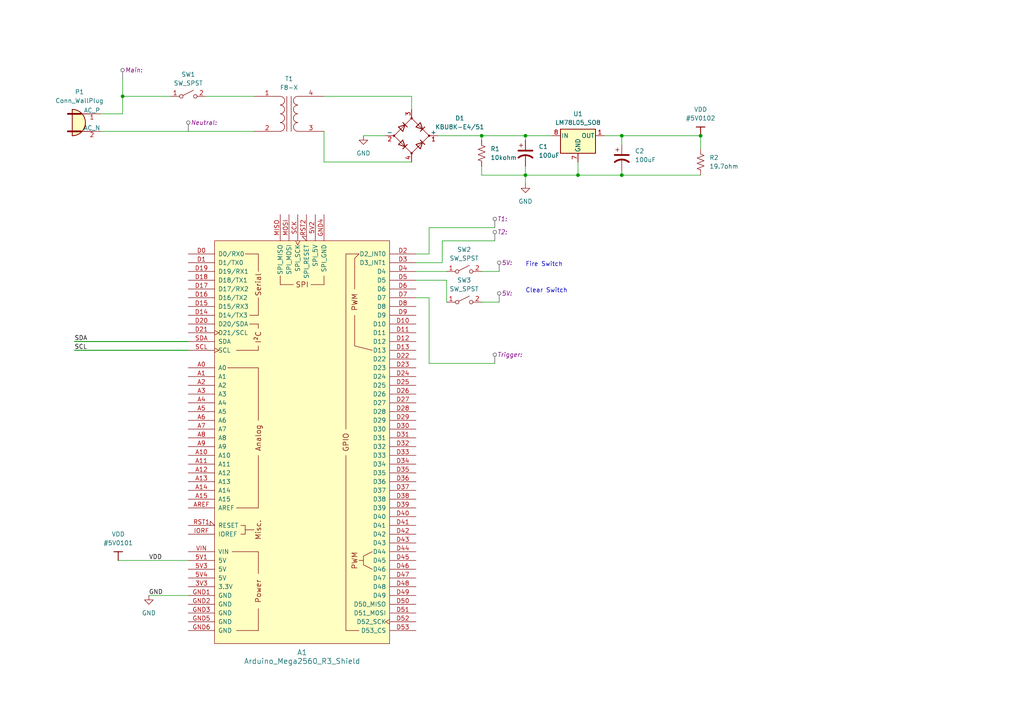
<source format=kicad_sch>
(kicad_sch (version 20230121) (generator eeschema)

  (uuid e9cb22ac-4e28-4b8f-97fc-409e162ca450)

  (paper "A4")

  (lib_symbols
    (symbol "Adafruit_0.56_7-Segment_QT-altium-import:VDD" (power) (in_bom yes) (on_board yes)
      (property "Reference" "#PWR" (at 0 0 0)
        (effects (font (size 1.27 1.27)))
      )
      (property "Value" "VDD" (at 0 3.81 0)
        (effects (font (size 1.27 1.27)))
      )
      (property "Footprint" "" (at 0 0 0)
        (effects (font (size 1.27 1.27)) hide)
      )
      (property "Datasheet" "" (at 0 0 0)
        (effects (font (size 1.27 1.27)) hide)
      )
      (property "ki_keywords" "power-flag" (at 0 0 0)
        (effects (font (size 1.27 1.27)) hide)
      )
      (property "ki_description" "Power symbol creates a global label with name 'VDD'" (at 0 0 0)
        (effects (font (size 1.27 1.27)) hide)
      )
      (symbol "VDD_0_0"
        (polyline
          (pts
            (xy -1.27 -2.54)
            (xy 1.27 -2.54)
          )
          (stroke (width 0.254) (type solid))
          (fill (type none))
        )
        (polyline
          (pts
            (xy 0 0)
            (xy 0 -2.54)
          )
          (stroke (width 0.254) (type solid))
          (fill (type none))
        )
        (pin power_in line (at 0 0 0) (length 0) hide
          (name "VDD" (effects (font (size 1.27 1.27))))
          (number "" (effects (font (size 1.27 1.27))))
        )
      )
    )
    (symbol "Connector:Conn_WallPlug" (pin_names (offset 0)) (in_bom yes) (on_board yes)
      (property "Reference" "P" (at -1.27 4.445 0)
        (effects (font (size 1.27 1.27)) (justify bottom))
      )
      (property "Value" "Conn_WallPlug" (at -5.715 0 90)
        (effects (font (size 1.27 1.27)) (justify bottom))
      )
      (property "Footprint" "" (at 10.16 0 0)
        (effects (font (size 1.27 1.27)) hide)
      )
      (property "Datasheet" "~" (at 10.16 0 0)
        (effects (font (size 1.27 1.27)) hide)
      )
      (property "ki_keywords" "wall plug 110VAC 220VAC" (at 0 0 0)
        (effects (font (size 1.27 1.27)) hide)
      )
      (property "ki_description" "3-pin general wall plug, no Earth wire (110VAC, 220VAC)" (at 0 0 0)
        (effects (font (size 1.27 1.27)) hide)
      )
      (symbol "Conn_WallPlug_0_1"
        (arc (start -3.175 -3.81) (mid 0.6184 0) (end -3.175 3.81)
          (stroke (width 0.254) (type default))
          (fill (type background))
        )
        (polyline
          (pts
            (xy -4.445 -2.54)
            (xy -0.635 -2.54)
          )
          (stroke (width 0.508) (type default))
          (fill (type none))
        )
        (polyline
          (pts
            (xy -4.445 2.54)
            (xy -0.635 2.54)
          )
          (stroke (width 0.508) (type default))
          (fill (type none))
        )
        (polyline
          (pts
            (xy -3.175 -3.81)
            (xy -3.175 3.81)
          )
          (stroke (width 0.254) (type default))
          (fill (type none))
        )
        (polyline
          (pts
            (xy -0.635 -2.54)
            (xy 2.54 -2.54)
          )
          (stroke (width 0) (type default))
          (fill (type none))
        )
        (polyline
          (pts
            (xy -0.635 2.54)
            (xy 2.54 2.54)
          )
          (stroke (width 0) (type default))
          (fill (type none))
        )
      )
      (symbol "Conn_WallPlug_1_1"
        (pin power_out line (at 5.08 2.54 180) (length 5.08)
          (name "AC_P" (effects (font (size 1.27 1.27))))
          (number "1" (effects (font (size 1.27 1.27))))
        )
        (pin power_out line (at 5.08 -2.54 180) (length 5.08)
          (name "AC_N" (effects (font (size 1.27 1.27))))
          (number "2" (effects (font (size 1.27 1.27))))
        )
      )
    )
    (symbol "Device:C_Polarized_US" (pin_numbers hide) (pin_names (offset 0.254) hide) (in_bom yes) (on_board yes)
      (property "Reference" "C" (at 0.635 2.54 0)
        (effects (font (size 1.27 1.27)) (justify left))
      )
      (property "Value" "C_Polarized_US" (at 0.635 -2.54 0)
        (effects (font (size 1.27 1.27)) (justify left))
      )
      (property "Footprint" "" (at 0 0 0)
        (effects (font (size 1.27 1.27)) hide)
      )
      (property "Datasheet" "~" (at 0 0 0)
        (effects (font (size 1.27 1.27)) hide)
      )
      (property "ki_keywords" "cap capacitor" (at 0 0 0)
        (effects (font (size 1.27 1.27)) hide)
      )
      (property "ki_description" "Polarized capacitor, US symbol" (at 0 0 0)
        (effects (font (size 1.27 1.27)) hide)
      )
      (property "ki_fp_filters" "CP_*" (at 0 0 0)
        (effects (font (size 1.27 1.27)) hide)
      )
      (symbol "C_Polarized_US_0_1"
        (polyline
          (pts
            (xy -2.032 0.762)
            (xy 2.032 0.762)
          )
          (stroke (width 0.508) (type default))
          (fill (type none))
        )
        (polyline
          (pts
            (xy -1.778 2.286)
            (xy -0.762 2.286)
          )
          (stroke (width 0) (type default))
          (fill (type none))
        )
        (polyline
          (pts
            (xy -1.27 1.778)
            (xy -1.27 2.794)
          )
          (stroke (width 0) (type default))
          (fill (type none))
        )
        (arc (start 2.032 -1.27) (mid 0 -0.5572) (end -2.032 -1.27)
          (stroke (width 0.508) (type default))
          (fill (type none))
        )
      )
      (symbol "C_Polarized_US_1_1"
        (pin passive line (at 0 3.81 270) (length 2.794)
          (name "~" (effects (font (size 1.27 1.27))))
          (number "1" (effects (font (size 1.27 1.27))))
        )
        (pin passive line (at 0 -3.81 90) (length 3.302)
          (name "~" (effects (font (size 1.27 1.27))))
          (number "2" (effects (font (size 1.27 1.27))))
        )
      )
    )
    (symbol "Device:D_Bridge_+-AA" (pin_names (offset 0)) (in_bom yes) (on_board yes)
      (property "Reference" "D" (at 2.54 6.985 0)
        (effects (font (size 1.27 1.27)) (justify left))
      )
      (property "Value" "D_Bridge_+-AA" (at 2.54 5.08 0)
        (effects (font (size 1.27 1.27)) (justify left))
      )
      (property "Footprint" "" (at 0 0 0)
        (effects (font (size 1.27 1.27)) hide)
      )
      (property "Datasheet" "~" (at 0 0 0)
        (effects (font (size 1.27 1.27)) hide)
      )
      (property "ki_keywords" "rectifier ACDC" (at 0 0 0)
        (effects (font (size 1.27 1.27)) hide)
      )
      (property "ki_description" "Diode bridge, +ve/-ve/AC/AC" (at 0 0 0)
        (effects (font (size 1.27 1.27)) hide)
      )
      (property "ki_fp_filters" "D*Bridge* D*Rectifier*" (at 0 0 0)
        (effects (font (size 1.27 1.27)) hide)
      )
      (symbol "D_Bridge_+-AA_0_1"
        (circle (center -5.08 0) (radius 0.254)
          (stroke (width 0) (type default))
          (fill (type outline))
        )
        (circle (center 0 -5.08) (radius 0.254)
          (stroke (width 0) (type default))
          (fill (type outline))
        )
        (polyline
          (pts
            (xy -2.54 3.81)
            (xy -1.27 2.54)
          )
          (stroke (width 0.254) (type default))
          (fill (type none))
        )
        (polyline
          (pts
            (xy -1.27 -2.54)
            (xy -2.54 -3.81)
          )
          (stroke (width 0.254) (type default))
          (fill (type none))
        )
        (polyline
          (pts
            (xy 2.54 -1.27)
            (xy 3.81 -2.54)
          )
          (stroke (width 0.254) (type default))
          (fill (type none))
        )
        (polyline
          (pts
            (xy 2.54 1.27)
            (xy 3.81 2.54)
          )
          (stroke (width 0.254) (type default))
          (fill (type none))
        )
        (polyline
          (pts
            (xy -3.81 2.54)
            (xy -2.54 1.27)
            (xy -1.905 3.175)
            (xy -3.81 2.54)
          )
          (stroke (width 0.254) (type default))
          (fill (type none))
        )
        (polyline
          (pts
            (xy -2.54 -1.27)
            (xy -3.81 -2.54)
            (xy -1.905 -3.175)
            (xy -2.54 -1.27)
          )
          (stroke (width 0.254) (type default))
          (fill (type none))
        )
        (polyline
          (pts
            (xy 1.27 2.54)
            (xy 2.54 3.81)
            (xy 3.175 1.905)
            (xy 1.27 2.54)
          )
          (stroke (width 0.254) (type default))
          (fill (type none))
        )
        (polyline
          (pts
            (xy 3.175 -1.905)
            (xy 1.27 -2.54)
            (xy 2.54 -3.81)
            (xy 3.175 -1.905)
          )
          (stroke (width 0.254) (type default))
          (fill (type none))
        )
        (polyline
          (pts
            (xy -5.08 0)
            (xy 0 -5.08)
            (xy 5.08 0)
            (xy 0 5.08)
            (xy -5.08 0)
          )
          (stroke (width 0) (type default))
          (fill (type none))
        )
        (circle (center 0 5.08) (radius 0.254)
          (stroke (width 0) (type default))
          (fill (type outline))
        )
        (circle (center 5.08 0) (radius 0.254)
          (stroke (width 0) (type default))
          (fill (type outline))
        )
      )
      (symbol "D_Bridge_+-AA_1_1"
        (pin passive line (at 7.62 0 180) (length 2.54)
          (name "+" (effects (font (size 1.27 1.27))))
          (number "1" (effects (font (size 1.27 1.27))))
        )
        (pin passive line (at -7.62 0 0) (length 2.54)
          (name "-" (effects (font (size 1.27 1.27))))
          (number "2" (effects (font (size 1.27 1.27))))
        )
        (pin passive line (at 0 7.62 270) (length 2.54)
          (name "~" (effects (font (size 1.27 1.27))))
          (number "3" (effects (font (size 1.27 1.27))))
        )
        (pin passive line (at 0 -7.62 90) (length 2.54)
          (name "~" (effects (font (size 1.27 1.27))))
          (number "4" (effects (font (size 1.27 1.27))))
        )
      )
    )
    (symbol "Device:R_US" (pin_numbers hide) (pin_names (offset 0)) (in_bom yes) (on_board yes)
      (property "Reference" "R" (at 2.54 0 90)
        (effects (font (size 1.27 1.27)))
      )
      (property "Value" "R_US" (at -2.54 0 90)
        (effects (font (size 1.27 1.27)))
      )
      (property "Footprint" "" (at 1.016 -0.254 90)
        (effects (font (size 1.27 1.27)) hide)
      )
      (property "Datasheet" "~" (at 0 0 0)
        (effects (font (size 1.27 1.27)) hide)
      )
      (property "ki_keywords" "R res resistor" (at 0 0 0)
        (effects (font (size 1.27 1.27)) hide)
      )
      (property "ki_description" "Resistor, US symbol" (at 0 0 0)
        (effects (font (size 1.27 1.27)) hide)
      )
      (property "ki_fp_filters" "R_*" (at 0 0 0)
        (effects (font (size 1.27 1.27)) hide)
      )
      (symbol "R_US_0_1"
        (polyline
          (pts
            (xy 0 -2.286)
            (xy 0 -2.54)
          )
          (stroke (width 0) (type default))
          (fill (type none))
        )
        (polyline
          (pts
            (xy 0 2.286)
            (xy 0 2.54)
          )
          (stroke (width 0) (type default))
          (fill (type none))
        )
        (polyline
          (pts
            (xy 0 -0.762)
            (xy 1.016 -1.143)
            (xy 0 -1.524)
            (xy -1.016 -1.905)
            (xy 0 -2.286)
          )
          (stroke (width 0) (type default))
          (fill (type none))
        )
        (polyline
          (pts
            (xy 0 0.762)
            (xy 1.016 0.381)
            (xy 0 0)
            (xy -1.016 -0.381)
            (xy 0 -0.762)
          )
          (stroke (width 0) (type default))
          (fill (type none))
        )
        (polyline
          (pts
            (xy 0 2.286)
            (xy 1.016 1.905)
            (xy 0 1.524)
            (xy -1.016 1.143)
            (xy 0 0.762)
          )
          (stroke (width 0) (type default))
          (fill (type none))
        )
      )
      (symbol "R_US_1_1"
        (pin passive line (at 0 3.81 270) (length 1.27)
          (name "~" (effects (font (size 1.27 1.27))))
          (number "1" (effects (font (size 1.27 1.27))))
        )
        (pin passive line (at 0 -3.81 90) (length 1.27)
          (name "~" (effects (font (size 1.27 1.27))))
          (number "2" (effects (font (size 1.27 1.27))))
        )
      )
    )
    (symbol "Device:Transformer_1P_1S" (pin_names (offset 1.016) hide) (in_bom yes) (on_board yes)
      (property "Reference" "T" (at 0 6.35 0)
        (effects (font (size 1.27 1.27)))
      )
      (property "Value" "Transformer_1P_1S" (at 0 -7.62 0)
        (effects (font (size 1.27 1.27)))
      )
      (property "Footprint" "" (at 0 0 0)
        (effects (font (size 1.27 1.27)) hide)
      )
      (property "Datasheet" "~" (at 0 0 0)
        (effects (font (size 1.27 1.27)) hide)
      )
      (property "ki_keywords" "transformer coil magnet" (at 0 0 0)
        (effects (font (size 1.27 1.27)) hide)
      )
      (property "ki_description" "Transformer, single primary, single secondary" (at 0 0 0)
        (effects (font (size 1.27 1.27)) hide)
      )
      (symbol "Transformer_1P_1S_0_1"
        (arc (start -2.54 -5.0546) (mid -1.6599 -4.6901) (end -1.27 -3.81)
          (stroke (width 0) (type default))
          (fill (type none))
        )
        (arc (start -2.54 -2.5146) (mid -1.6599 -2.1501) (end -1.27 -1.27)
          (stroke (width 0) (type default))
          (fill (type none))
        )
        (arc (start -2.54 0.0254) (mid -1.6599 0.3899) (end -1.27 1.27)
          (stroke (width 0) (type default))
          (fill (type none))
        )
        (arc (start -2.54 2.5654) (mid -1.6599 2.9299) (end -1.27 3.81)
          (stroke (width 0) (type default))
          (fill (type none))
        )
        (arc (start -1.27 -3.81) (mid -1.642 -2.912) (end -2.54 -2.54)
          (stroke (width 0) (type default))
          (fill (type none))
        )
        (arc (start -1.27 -1.27) (mid -1.642 -0.372) (end -2.54 0)
          (stroke (width 0) (type default))
          (fill (type none))
        )
        (arc (start -1.27 1.27) (mid -1.642 2.168) (end -2.54 2.54)
          (stroke (width 0) (type default))
          (fill (type none))
        )
        (arc (start -1.27 3.81) (mid -1.642 4.708) (end -2.54 5.08)
          (stroke (width 0) (type default))
          (fill (type none))
        )
        (polyline
          (pts
            (xy -0.635 5.08)
            (xy -0.635 -5.08)
          )
          (stroke (width 0) (type default))
          (fill (type none))
        )
        (polyline
          (pts
            (xy 0.635 -5.08)
            (xy 0.635 5.08)
          )
          (stroke (width 0) (type default))
          (fill (type none))
        )
        (arc (start 1.2954 -1.27) (mid 1.6599 -2.1501) (end 2.54 -2.5146)
          (stroke (width 0) (type default))
          (fill (type none))
        )
        (arc (start 1.2954 1.27) (mid 1.6599 0.3899) (end 2.54 0.0254)
          (stroke (width 0) (type default))
          (fill (type none))
        )
        (arc (start 1.2954 3.81) (mid 1.6599 2.9299) (end 2.54 2.5654)
          (stroke (width 0) (type default))
          (fill (type none))
        )
        (arc (start 1.3208 -3.81) (mid 1.6853 -4.6901) (end 2.5654 -5.0546)
          (stroke (width 0) (type default))
          (fill (type none))
        )
        (arc (start 2.54 0) (mid 1.642 -0.372) (end 1.2954 -1.27)
          (stroke (width 0) (type default))
          (fill (type none))
        )
        (arc (start 2.54 2.54) (mid 1.642 2.168) (end 1.2954 1.27)
          (stroke (width 0) (type default))
          (fill (type none))
        )
        (arc (start 2.54 5.08) (mid 1.642 4.708) (end 1.2954 3.81)
          (stroke (width 0) (type default))
          (fill (type none))
        )
        (arc (start 2.5654 -2.54) (mid 1.6674 -2.912) (end 1.3208 -3.81)
          (stroke (width 0) (type default))
          (fill (type none))
        )
      )
      (symbol "Transformer_1P_1S_1_1"
        (pin passive line (at -10.16 5.08 0) (length 7.62)
          (name "AA" (effects (font (size 1.27 1.27))))
          (number "1" (effects (font (size 1.27 1.27))))
        )
        (pin passive line (at -10.16 -5.08 0) (length 7.62)
          (name "AB" (effects (font (size 1.27 1.27))))
          (number "2" (effects (font (size 1.27 1.27))))
        )
        (pin passive line (at 10.16 -5.08 180) (length 7.62)
          (name "SA" (effects (font (size 1.27 1.27))))
          (number "3" (effects (font (size 1.27 1.27))))
        )
        (pin passive line (at 10.16 5.08 180) (length 7.62)
          (name "SB" (effects (font (size 1.27 1.27))))
          (number "4" (effects (font (size 1.27 1.27))))
        )
      )
    )
    (symbol "Regulator_Linear:LM78L05_SO8" (pin_names (offset 0.254)) (in_bom yes) (on_board yes)
      (property "Reference" "U" (at -3.81 3.175 0)
        (effects (font (size 1.27 1.27)))
      )
      (property "Value" "LM78L05_SO8" (at 0 3.175 0)
        (effects (font (size 1.27 1.27)) (justify left))
      )
      (property "Footprint" "Package_SO:SOIC-8_3.9x4.9mm_P1.27mm" (at 2.54 5.08 0)
        (effects (font (size 1.27 1.27) italic) hide)
      )
      (property "Datasheet" "https://www.onsemi.com/pub/Collateral/MC78L06A-D.pdf" (at 5.08 0 0)
        (effects (font (size 1.27 1.27)) hide)
      )
      (property "ki_keywords" "Voltage Regulator 100mA Positive" (at 0 0 0)
        (effects (font (size 1.27 1.27)) hide)
      )
      (property "ki_description" "Positive 100mA 30V Linear Regulator, Fixed Output 5V, SO-8" (at 0 0 0)
        (effects (font (size 1.27 1.27)) hide)
      )
      (property "ki_fp_filters" "SOIC*3.9x4.9mm*P1.27mm*" (at 0 0 0)
        (effects (font (size 1.27 1.27)) hide)
      )
      (symbol "LM78L05_SO8_0_1"
        (rectangle (start -5.08 1.905) (end 5.08 -5.08)
          (stroke (width 0.254) (type default))
          (fill (type background))
        )
      )
      (symbol "LM78L05_SO8_1_1"
        (pin power_out line (at 7.62 0 180) (length 2.54)
          (name "OUT" (effects (font (size 1.27 1.27))))
          (number "1" (effects (font (size 1.27 1.27))))
        )
        (pin passive line (at 0 -7.62 90) (length 2.54) hide
          (name "GND" (effects (font (size 1.27 1.27))))
          (number "2" (effects (font (size 1.27 1.27))))
        )
        (pin passive line (at 0 -7.62 90) (length 2.54) hide
          (name "GND" (effects (font (size 1.27 1.27))))
          (number "3" (effects (font (size 1.27 1.27))))
        )
        (pin no_connect line (at -5.08 -2.54 0) (length 2.54) hide
          (name "NC" (effects (font (size 1.27 1.27))))
          (number "4" (effects (font (size 1.27 1.27))))
        )
        (pin no_connect line (at 5.08 -2.54 180) (length 2.54) hide
          (name "NC" (effects (font (size 1.27 1.27))))
          (number "5" (effects (font (size 1.27 1.27))))
        )
        (pin passive line (at 0 -7.62 90) (length 2.54) hide
          (name "GND" (effects (font (size 1.27 1.27))))
          (number "6" (effects (font (size 1.27 1.27))))
        )
        (pin power_in line (at 0 -7.62 90) (length 2.54)
          (name "GND" (effects (font (size 1.27 1.27))))
          (number "7" (effects (font (size 1.27 1.27))))
        )
        (pin power_in line (at -7.62 0 0) (length 2.54)
          (name "IN" (effects (font (size 1.27 1.27))))
          (number "8" (effects (font (size 1.27 1.27))))
        )
      )
    )
    (symbol "Switch:SW_SPST" (pin_names (offset 0) hide) (in_bom yes) (on_board yes)
      (property "Reference" "SW" (at 0 3.175 0)
        (effects (font (size 1.27 1.27)))
      )
      (property "Value" "SW_SPST" (at 0 -2.54 0)
        (effects (font (size 1.27 1.27)))
      )
      (property "Footprint" "" (at 0 0 0)
        (effects (font (size 1.27 1.27)) hide)
      )
      (property "Datasheet" "~" (at 0 0 0)
        (effects (font (size 1.27 1.27)) hide)
      )
      (property "ki_keywords" "switch lever" (at 0 0 0)
        (effects (font (size 1.27 1.27)) hide)
      )
      (property "ki_description" "Single Pole Single Throw (SPST) switch" (at 0 0 0)
        (effects (font (size 1.27 1.27)) hide)
      )
      (symbol "SW_SPST_0_0"
        (circle (center -2.032 0) (radius 0.508)
          (stroke (width 0) (type default))
          (fill (type none))
        )
        (polyline
          (pts
            (xy -1.524 0.254)
            (xy 1.524 1.778)
          )
          (stroke (width 0) (type default))
          (fill (type none))
        )
        (circle (center 2.032 0) (radius 0.508)
          (stroke (width 0) (type default))
          (fill (type none))
        )
      )
      (symbol "SW_SPST_1_1"
        (pin passive line (at -5.08 0 0) (length 2.54)
          (name "A" (effects (font (size 1.27 1.27))))
          (number "1" (effects (font (size 1.27 1.27))))
        )
        (pin passive line (at 5.08 0 180) (length 2.54)
          (name "B" (effects (font (size 1.27 1.27))))
          (number "2" (effects (font (size 1.27 1.27))))
        )
      )
    )
    (symbol "arduino-library:Arduino_Mega2560_R3_Shield" (pin_names (offset 1.016)) (in_bom yes) (on_board yes)
      (property "Reference" "A" (at 0 -62.23 0)
        (effects (font (size 1.524 1.524)))
      )
      (property "Value" "Arduino_Mega2560_R3_Shield" (at 0 -66.04 0)
        (effects (font (size 1.524 1.524)))
      )
      (property "Footprint" "PCM_arduino-library:Arduino_Mega2560_R3_Shield" (at 0 -73.66 0)
        (effects (font (size 1.524 1.524)) hide)
      )
      (property "Datasheet" "https://docs.arduino.cc/hardware/mega-2560" (at 0 -69.85 0)
        (effects (font (size 1.524 1.524)) hide)
      )
      (property "ki_keywords" "Arduino MPU Shield" (at 0 0 0)
        (effects (font (size 1.27 1.27)) hide)
      )
      (property "ki_description" "Shield for Arduino Mega 2560 R3" (at 0 0 0)
        (effects (font (size 1.27 1.27)) hide)
      )
      (property "ki_fp_filters" "Arduino_Mega2560_R3_Shield" (at 0 0 0)
        (effects (font (size 1.27 1.27)) hide)
      )
      (symbol "Arduino_Mega2560_R3_Shield_0_0"
        (rectangle (start -25.4 -58.42) (end 25.4 58.42)
          (stroke (width 0) (type default))
          (fill (type background))
        )
        (rectangle (start -20.32 -31.75) (end -12.7 -31.75)
          (stroke (width 0) (type default))
          (fill (type none))
        )
        (rectangle (start -19.05 -54.61) (end -12.7 -54.61)
          (stroke (width 0) (type default))
          (fill (type none))
        )
        (rectangle (start -19.05 -19.05) (end -12.7 -19.05)
          (stroke (width 0) (type default))
          (fill (type none))
        )
        (rectangle (start -19.05 26.67) (end -12.7 26.67)
          (stroke (width 0) (type default))
          (fill (type none))
        )
        (rectangle (start -17.78 -26.67) (end -16.51 -26.67)
          (stroke (width 0) (type default))
          (fill (type none))
        )
        (rectangle (start -17.78 -24.13) (end -16.51 -24.13)
          (stroke (width 0) (type default))
          (fill (type none))
        )
        (rectangle (start -16.51 -25.4) (end -13.97 -25.4)
          (stroke (width 0) (type default))
          (fill (type none))
        )
        (rectangle (start -16.51 -24.13) (end -16.51 -26.67)
          (stroke (width 0) (type default))
          (fill (type none))
        )
        (rectangle (start -16.51 54.61) (end -12.7 54.61)
          (stroke (width 0) (type default))
          (fill (type none))
        )
        (rectangle (start -15.24 34.29) (end -12.7 34.29)
          (stroke (width 0) (type default))
          (fill (type none))
        )
        (rectangle (start -15.24 36.83) (end -12.7 36.83)
          (stroke (width 0) (type default))
          (fill (type none))
        )
        (rectangle (start -12.7 -54.61) (end -12.7 -48.26)
          (stroke (width 0) (type default))
          (fill (type none))
        )
        (rectangle (start -12.7 -31.75) (end -12.7 -38.1)
          (stroke (width 0) (type default))
          (fill (type none))
        )
        (rectangle (start -12.7 26.67) (end -12.7 27.94)
          (stroke (width 0) (type default))
          (fill (type none))
        )
        (rectangle (start -12.7 34.29) (end -12.7 33.02)
          (stroke (width 0) (type default))
          (fill (type none))
        )
        (rectangle (start -12.7 41.91) (end -12.7 36.83)
          (stroke (width 0) (type default))
          (fill (type none))
        )
        (rectangle (start -12.7 49.53) (end -12.7 54.61)
          (stroke (width 0) (type default))
          (fill (type none))
        )
        (rectangle (start -6.35 48.26) (end -6.35 45.72)
          (stroke (width 0) (type default))
          (fill (type none))
        )
        (rectangle (start -2.54 45.72) (end -6.35 45.72)
          (stroke (width 0) (type default))
          (fill (type none))
        )
        (polyline
          (pts
            (xy -21.59 21.59)
            (xy -12.7 21.59)
          )
          (stroke (width 0) (type default))
          (fill (type none))
        )
        (polyline
          (pts
            (xy -12.7 -19.05)
            (xy -12.7 -3.81)
          )
          (stroke (width 0) (type default))
          (fill (type none))
        )
        (polyline
          (pts
            (xy -12.7 6.35)
            (xy -12.7 21.59)
          )
          (stroke (width 0) (type default))
          (fill (type none))
        )
        (polyline
          (pts
            (xy 12.7 -54.61)
            (xy 16.51 -54.61)
          )
          (stroke (width 0) (type default))
          (fill (type none))
        )
        (polyline
          (pts
            (xy 12.7 54.61)
            (xy 16.51 54.61)
          )
          (stroke (width 0) (type default))
          (fill (type none))
        )
        (polyline
          (pts
            (xy 17.78 -34.29)
            (xy 16.51 -34.29)
          )
          (stroke (width 0) (type default))
          (fill (type none))
        )
        (polyline
          (pts
            (xy 15.24 36.83)
            (xy 15.24 27.94)
            (xy 20.32 26.67)
          )
          (stroke (width 0) (type default))
          (fill (type none))
        )
        (polyline
          (pts
            (xy 15.24 44.45)
            (xy 15.24 53.34)
            (xy 16.51 54.61)
          )
          (stroke (width 0) (type default))
          (fill (type none))
        )
        (polyline
          (pts
            (xy 20.32 -31.75)
            (xy 17.78 -33.02)
            (xy 17.78 -35.56)
            (xy 20.32 -36.83)
          )
          (stroke (width 0) (type default))
          (fill (type none))
        )
        (rectangle (start 6.35 45.72) (end 2.54 45.72)
          (stroke (width 0) (type default))
          (fill (type none))
        )
        (rectangle (start 6.35 48.26) (end 6.35 45.72)
          (stroke (width 0) (type default))
          (fill (type none))
        )
        (text "Analog" (at -12.7 1.27 900)
          (effects (font (size 1.524 1.524)))
        )
        (text "I²C" (at -12.7 30.48 900)
          (effects (font (size 1.524 1.524)))
        )
        (text "Misc." (at -12.7 -25.4 900)
          (effects (font (size 1.524 1.524)))
        )
        (text "Power" (at -12.7 -43.18 900)
          (effects (font (size 1.524 1.524)))
        )
        (text "PWM" (at 15.24 -34.29 900)
          (effects (font (size 1.524 1.524)))
        )
        (text "PWM" (at 15.24 40.64 900)
          (effects (font (size 1.524 1.524)))
        )
        (text "Serial" (at -12.7 45.72 900)
          (effects (font (size 1.524 1.524)))
        )
        (text "SPI" (at 0 45.72 0)
          (effects (font (size 1.524 1.524)))
        )
      )
      (symbol "Arduino_Mega2560_R3_Shield_1_0"
        (rectangle (start 12.7 -54.61) (end 12.7 -3.81)
          (stroke (width 0) (type default))
          (fill (type none))
        )
        (rectangle (start 12.7 54.61) (end 12.7 3.81)
          (stroke (width 0) (type default))
          (fill (type none))
        )
        (text "GPIO" (at 12.7 0 900)
          (effects (font (size 1.524 1.524)))
        )
      )
      (symbol "Arduino_Mega2560_R3_Shield_1_1"
        (pin power_out line (at -33.02 -41.91 0) (length 7.62)
          (name "3.3V" (effects (font (size 1.27 1.27))))
          (number "3V3" (effects (font (size 1.27 1.27))))
        )
        (pin power_in line (at -33.02 -34.29 0) (length 7.62)
          (name "5V" (effects (font (size 1.27 1.27))))
          (number "5V1" (effects (font (size 1.27 1.27))))
        )
        (pin power_in line (at 3.81 66.04 270) (length 7.62)
          (name "SPI_5V" (effects (font (size 1.27 1.27))))
          (number "5V2" (effects (font (size 1.27 1.27))))
        )
        (pin power_in line (at -33.02 -36.83 0) (length 7.62)
          (name "5V" (effects (font (size 1.27 1.27))))
          (number "5V3" (effects (font (size 1.27 1.27))))
        )
        (pin power_in line (at -33.02 -39.37 0) (length 7.62)
          (name "5V" (effects (font (size 1.27 1.27))))
          (number "5V4" (effects (font (size 1.27 1.27))))
        )
        (pin bidirectional line (at -33.02 21.59 0) (length 7.62)
          (name "A0" (effects (font (size 1.27 1.27))))
          (number "A0" (effects (font (size 1.27 1.27))))
        )
        (pin bidirectional line (at -33.02 19.05 0) (length 7.62)
          (name "A1" (effects (font (size 1.27 1.27))))
          (number "A1" (effects (font (size 1.27 1.27))))
        )
        (pin bidirectional line (at -33.02 -3.81 0) (length 7.62)
          (name "A10" (effects (font (size 1.27 1.27))))
          (number "A10" (effects (font (size 1.27 1.27))))
        )
        (pin bidirectional line (at -33.02 -6.35 0) (length 7.62)
          (name "A11" (effects (font (size 1.27 1.27))))
          (number "A11" (effects (font (size 1.27 1.27))))
        )
        (pin bidirectional line (at -33.02 -8.89 0) (length 7.62)
          (name "A12" (effects (font (size 1.27 1.27))))
          (number "A12" (effects (font (size 1.27 1.27))))
        )
        (pin bidirectional line (at -33.02 -11.43 0) (length 7.62)
          (name "A13" (effects (font (size 1.27 1.27))))
          (number "A13" (effects (font (size 1.27 1.27))))
        )
        (pin bidirectional line (at -33.02 -13.97 0) (length 7.62)
          (name "A14" (effects (font (size 1.27 1.27))))
          (number "A14" (effects (font (size 1.27 1.27))))
        )
        (pin bidirectional line (at -33.02 -16.51 0) (length 7.62)
          (name "A15" (effects (font (size 1.27 1.27))))
          (number "A15" (effects (font (size 1.27 1.27))))
        )
        (pin bidirectional line (at -33.02 16.51 0) (length 7.62)
          (name "A2" (effects (font (size 1.27 1.27))))
          (number "A2" (effects (font (size 1.27 1.27))))
        )
        (pin bidirectional line (at -33.02 13.97 0) (length 7.62)
          (name "A3" (effects (font (size 1.27 1.27))))
          (number "A3" (effects (font (size 1.27 1.27))))
        )
        (pin bidirectional line (at -33.02 11.43 0) (length 7.62)
          (name "A4" (effects (font (size 1.27 1.27))))
          (number "A4" (effects (font (size 1.27 1.27))))
        )
        (pin bidirectional line (at -33.02 8.89 0) (length 7.62)
          (name "A5" (effects (font (size 1.27 1.27))))
          (number "A5" (effects (font (size 1.27 1.27))))
        )
        (pin bidirectional line (at -33.02 6.35 0) (length 7.62)
          (name "A6" (effects (font (size 1.27 1.27))))
          (number "A6" (effects (font (size 1.27 1.27))))
        )
        (pin bidirectional line (at -33.02 3.81 0) (length 7.62)
          (name "A7" (effects (font (size 1.27 1.27))))
          (number "A7" (effects (font (size 1.27 1.27))))
        )
        (pin bidirectional line (at -33.02 1.27 0) (length 7.62)
          (name "A8" (effects (font (size 1.27 1.27))))
          (number "A8" (effects (font (size 1.27 1.27))))
        )
        (pin bidirectional line (at -33.02 -1.27 0) (length 7.62)
          (name "A9" (effects (font (size 1.27 1.27))))
          (number "A9" (effects (font (size 1.27 1.27))))
        )
        (pin input line (at -33.02 -19.05 0) (length 7.62)
          (name "AREF" (effects (font (size 1.27 1.27))))
          (number "AREF" (effects (font (size 1.27 1.27))))
        )
        (pin bidirectional line (at -33.02 54.61 0) (length 7.62)
          (name "D0/RX0" (effects (font (size 1.27 1.27))))
          (number "D0" (effects (font (size 1.27 1.27))))
        )
        (pin bidirectional line (at -33.02 52.07 0) (length 7.62)
          (name "D1/TX0" (effects (font (size 1.27 1.27))))
          (number "D1" (effects (font (size 1.27 1.27))))
        )
        (pin bidirectional line (at 33.02 34.29 180) (length 7.62)
          (name "D10" (effects (font (size 1.27 1.27))))
          (number "D10" (effects (font (size 1.27 1.27))))
        )
        (pin bidirectional line (at 33.02 31.75 180) (length 7.62)
          (name "D11" (effects (font (size 1.27 1.27))))
          (number "D11" (effects (font (size 1.27 1.27))))
        )
        (pin bidirectional line (at 33.02 29.21 180) (length 7.62)
          (name "D12" (effects (font (size 1.27 1.27))))
          (number "D12" (effects (font (size 1.27 1.27))))
        )
        (pin bidirectional line (at 33.02 26.67 180) (length 7.62)
          (name "D13" (effects (font (size 1.27 1.27))))
          (number "D13" (effects (font (size 1.27 1.27))))
        )
        (pin bidirectional line (at -33.02 36.83 0) (length 7.62)
          (name "D14/TX3" (effects (font (size 1.27 1.27))))
          (number "D14" (effects (font (size 1.27 1.27))))
        )
        (pin bidirectional line (at -33.02 39.37 0) (length 7.62)
          (name "D15/RX3" (effects (font (size 1.27 1.27))))
          (number "D15" (effects (font (size 1.27 1.27))))
        )
        (pin bidirectional line (at -33.02 41.91 0) (length 7.62)
          (name "D16/TX2" (effects (font (size 1.27 1.27))))
          (number "D16" (effects (font (size 1.27 1.27))))
        )
        (pin bidirectional line (at -33.02 44.45 0) (length 7.62)
          (name "D17/RX2" (effects (font (size 1.27 1.27))))
          (number "D17" (effects (font (size 1.27 1.27))))
        )
        (pin bidirectional line (at -33.02 46.99 0) (length 7.62)
          (name "D18/TX1" (effects (font (size 1.27 1.27))))
          (number "D18" (effects (font (size 1.27 1.27))))
        )
        (pin bidirectional line (at -33.02 49.53 0) (length 7.62)
          (name "D19/RX1" (effects (font (size 1.27 1.27))))
          (number "D19" (effects (font (size 1.27 1.27))))
        )
        (pin bidirectional line (at 33.02 54.61 180) (length 7.62)
          (name "D2_INT0" (effects (font (size 1.27 1.27))))
          (number "D2" (effects (font (size 1.27 1.27))))
        )
        (pin bidirectional line (at -33.02 34.29 0) (length 7.62)
          (name "D20/SDA" (effects (font (size 1.27 1.27))))
          (number "D20" (effects (font (size 1.27 1.27))))
        )
        (pin bidirectional clock (at -33.02 31.75 0) (length 7.62)
          (name "D21/SCL" (effects (font (size 1.27 1.27))))
          (number "D21" (effects (font (size 1.27 1.27))))
        )
        (pin bidirectional line (at 33.02 24.13 180) (length 7.62)
          (name "D22" (effects (font (size 1.27 1.27))))
          (number "D22" (effects (font (size 1.27 1.27))))
        )
        (pin bidirectional line (at 33.02 21.59 180) (length 7.62)
          (name "D23" (effects (font (size 1.27 1.27))))
          (number "D23" (effects (font (size 1.27 1.27))))
        )
        (pin bidirectional line (at 33.02 19.05 180) (length 7.62)
          (name "D24" (effects (font (size 1.27 1.27))))
          (number "D24" (effects (font (size 1.27 1.27))))
        )
        (pin bidirectional line (at 33.02 16.51 180) (length 7.62)
          (name "D25" (effects (font (size 1.27 1.27))))
          (number "D25" (effects (font (size 1.27 1.27))))
        )
        (pin bidirectional line (at 33.02 13.97 180) (length 7.62)
          (name "D26" (effects (font (size 1.27 1.27))))
          (number "D26" (effects (font (size 1.27 1.27))))
        )
        (pin bidirectional line (at 33.02 11.43 180) (length 7.62)
          (name "D27" (effects (font (size 1.27 1.27))))
          (number "D27" (effects (font (size 1.27 1.27))))
        )
        (pin bidirectional line (at 33.02 8.89 180) (length 7.62)
          (name "D28" (effects (font (size 1.27 1.27))))
          (number "D28" (effects (font (size 1.27 1.27))))
        )
        (pin bidirectional line (at 33.02 6.35 180) (length 7.62)
          (name "D29" (effects (font (size 1.27 1.27))))
          (number "D29" (effects (font (size 1.27 1.27))))
        )
        (pin bidirectional line (at 33.02 52.07 180) (length 7.62)
          (name "D3_INT1" (effects (font (size 1.27 1.27))))
          (number "D3" (effects (font (size 1.27 1.27))))
        )
        (pin bidirectional line (at 33.02 3.81 180) (length 7.62)
          (name "D30" (effects (font (size 1.27 1.27))))
          (number "D30" (effects (font (size 1.27 1.27))))
        )
        (pin bidirectional line (at 33.02 1.27 180) (length 7.62)
          (name "D31" (effects (font (size 1.27 1.27))))
          (number "D31" (effects (font (size 1.27 1.27))))
        )
        (pin bidirectional line (at 33.02 -1.27 180) (length 7.62)
          (name "D32" (effects (font (size 1.27 1.27))))
          (number "D32" (effects (font (size 1.27 1.27))))
        )
        (pin bidirectional line (at 33.02 -3.81 180) (length 7.62)
          (name "D33" (effects (font (size 1.27 1.27))))
          (number "D33" (effects (font (size 1.27 1.27))))
        )
        (pin bidirectional line (at 33.02 -6.35 180) (length 7.62)
          (name "D34" (effects (font (size 1.27 1.27))))
          (number "D34" (effects (font (size 1.27 1.27))))
        )
        (pin bidirectional line (at 33.02 -8.89 180) (length 7.62)
          (name "D35" (effects (font (size 1.27 1.27))))
          (number "D35" (effects (font (size 1.27 1.27))))
        )
        (pin bidirectional line (at 33.02 -11.43 180) (length 7.62)
          (name "D36" (effects (font (size 1.27 1.27))))
          (number "D36" (effects (font (size 1.27 1.27))))
        )
        (pin bidirectional line (at 33.02 -13.97 180) (length 7.62)
          (name "D37" (effects (font (size 1.27 1.27))))
          (number "D37" (effects (font (size 1.27 1.27))))
        )
        (pin bidirectional line (at 33.02 -16.51 180) (length 7.62)
          (name "D38" (effects (font (size 1.27 1.27))))
          (number "D38" (effects (font (size 1.27 1.27))))
        )
        (pin bidirectional line (at 33.02 -19.05 180) (length 7.62)
          (name "D39" (effects (font (size 1.27 1.27))))
          (number "D39" (effects (font (size 1.27 1.27))))
        )
        (pin bidirectional line (at 33.02 49.53 180) (length 7.62)
          (name "D4" (effects (font (size 1.27 1.27))))
          (number "D4" (effects (font (size 1.27 1.27))))
        )
        (pin bidirectional line (at 33.02 -21.59 180) (length 7.62)
          (name "D40" (effects (font (size 1.27 1.27))))
          (number "D40" (effects (font (size 1.27 1.27))))
        )
        (pin bidirectional line (at 33.02 -24.13 180) (length 7.62)
          (name "D41" (effects (font (size 1.27 1.27))))
          (number "D41" (effects (font (size 1.27 1.27))))
        )
        (pin bidirectional line (at 33.02 -26.67 180) (length 7.62)
          (name "D42" (effects (font (size 1.27 1.27))))
          (number "D42" (effects (font (size 1.27 1.27))))
        )
        (pin bidirectional line (at 33.02 -29.21 180) (length 7.62)
          (name "D43" (effects (font (size 1.27 1.27))))
          (number "D43" (effects (font (size 1.27 1.27))))
        )
        (pin bidirectional line (at 33.02 -31.75 180) (length 7.62)
          (name "D44" (effects (font (size 1.27 1.27))))
          (number "D44" (effects (font (size 1.27 1.27))))
        )
        (pin bidirectional line (at 33.02 -34.29 180) (length 7.62)
          (name "D45" (effects (font (size 1.27 1.27))))
          (number "D45" (effects (font (size 1.27 1.27))))
        )
        (pin bidirectional line (at 33.02 -36.83 180) (length 7.62)
          (name "D46" (effects (font (size 1.27 1.27))))
          (number "D46" (effects (font (size 1.27 1.27))))
        )
        (pin bidirectional line (at 33.02 -39.37 180) (length 7.62)
          (name "D47" (effects (font (size 1.27 1.27))))
          (number "D47" (effects (font (size 1.27 1.27))))
        )
        (pin bidirectional line (at 33.02 -41.91 180) (length 7.62)
          (name "D48" (effects (font (size 1.27 1.27))))
          (number "D48" (effects (font (size 1.27 1.27))))
        )
        (pin bidirectional line (at 33.02 -44.45 180) (length 7.62)
          (name "D49" (effects (font (size 1.27 1.27))))
          (number "D49" (effects (font (size 1.27 1.27))))
        )
        (pin bidirectional line (at 33.02 46.99 180) (length 7.62)
          (name "D5" (effects (font (size 1.27 1.27))))
          (number "D5" (effects (font (size 1.27 1.27))))
        )
        (pin bidirectional line (at 33.02 -46.99 180) (length 7.62)
          (name "D50_MISO" (effects (font (size 1.27 1.27))))
          (number "D50" (effects (font (size 1.27 1.27))))
        )
        (pin bidirectional line (at 33.02 -49.53 180) (length 7.62)
          (name "D51_MOSI" (effects (font (size 1.27 1.27))))
          (number "D51" (effects (font (size 1.27 1.27))))
        )
        (pin bidirectional clock (at 33.02 -52.07 180) (length 7.62)
          (name "D52_SCK" (effects (font (size 1.27 1.27))))
          (number "D52" (effects (font (size 1.27 1.27))))
        )
        (pin bidirectional line (at 33.02 -54.61 180) (length 7.62)
          (name "D53_CS" (effects (font (size 1.27 1.27))))
          (number "D53" (effects (font (size 1.27 1.27))))
        )
        (pin bidirectional line (at 33.02 44.45 180) (length 7.62)
          (name "D6" (effects (font (size 1.27 1.27))))
          (number "D6" (effects (font (size 1.27 1.27))))
        )
        (pin bidirectional line (at 33.02 41.91 180) (length 7.62)
          (name "D7" (effects (font (size 1.27 1.27))))
          (number "D7" (effects (font (size 1.27 1.27))))
        )
        (pin bidirectional line (at 33.02 39.37 180) (length 7.62)
          (name "D8" (effects (font (size 1.27 1.27))))
          (number "D8" (effects (font (size 1.27 1.27))))
        )
        (pin bidirectional line (at 33.02 36.83 180) (length 7.62)
          (name "D9" (effects (font (size 1.27 1.27))))
          (number "D9" (effects (font (size 1.27 1.27))))
        )
        (pin power_in line (at -33.02 -44.45 0) (length 7.62)
          (name "GND" (effects (font (size 1.27 1.27))))
          (number "GND1" (effects (font (size 1.27 1.27))))
        )
        (pin power_in line (at -33.02 -46.99 0) (length 7.62)
          (name "GND" (effects (font (size 1.27 1.27))))
          (number "GND2" (effects (font (size 1.27 1.27))))
        )
        (pin power_in line (at -33.02 -49.53 0) (length 7.62)
          (name "GND" (effects (font (size 1.27 1.27))))
          (number "GND3" (effects (font (size 1.27 1.27))))
        )
        (pin power_in line (at 6.35 66.04 270) (length 7.62)
          (name "SPI_GND" (effects (font (size 1.27 1.27))))
          (number "GND4" (effects (font (size 1.27 1.27))))
        )
        (pin power_in line (at -33.02 -52.07 0) (length 7.62)
          (name "GND" (effects (font (size 1.27 1.27))))
          (number "GND5" (effects (font (size 1.27 1.27))))
        )
        (pin power_in line (at -33.02 -54.61 0) (length 7.62)
          (name "GND" (effects (font (size 1.27 1.27))))
          (number "GND6" (effects (font (size 1.27 1.27))))
        )
        (pin output line (at -33.02 -26.67 0) (length 7.62)
          (name "IOREF" (effects (font (size 1.27 1.27))))
          (number "IORF" (effects (font (size 1.27 1.27))))
        )
        (pin input line (at -6.35 66.04 270) (length 7.62)
          (name "SPI_MISO" (effects (font (size 1.27 1.27))))
          (number "MISO" (effects (font (size 1.27 1.27))))
        )
        (pin output line (at -3.81 66.04 270) (length 7.62)
          (name "SPI_MOSI" (effects (font (size 1.27 1.27))))
          (number "MOSI" (effects (font (size 1.27 1.27))))
        )
        (pin open_collector input_low (at -33.02 -24.13 0) (length 7.62)
          (name "RESET" (effects (font (size 1.27 1.27))))
          (number "RST1" (effects (font (size 1.27 1.27))))
        )
        (pin open_collector input_low (at 1.27 66.04 270) (length 7.62)
          (name "SPI_RESET" (effects (font (size 1.27 1.27))))
          (number "RST2" (effects (font (size 1.27 1.27))))
        )
        (pin output clock (at -1.27 66.04 270) (length 7.62)
          (name "SPI_SCK" (effects (font (size 1.27 1.27))))
          (number "SCK" (effects (font (size 1.27 1.27))))
        )
        (pin bidirectional clock (at -33.02 26.67 0) (length 7.62)
          (name "SCL" (effects (font (size 1.27 1.27))))
          (number "SCL" (effects (font (size 1.27 1.27))))
        )
        (pin bidirectional line (at -33.02 29.21 0) (length 7.62)
          (name "SDA" (effects (font (size 1.27 1.27))))
          (number "SDA" (effects (font (size 1.27 1.27))))
        )
        (pin power_in line (at -33.02 -31.75 0) (length 7.62)
          (name "VIN" (effects (font (size 1.27 1.27))))
          (number "VIN" (effects (font (size 1.27 1.27))))
        )
      )
    )
    (symbol "power:GND" (power) (pin_names (offset 0)) (in_bom yes) (on_board yes)
      (property "Reference" "#PWR" (at 0 -6.35 0)
        (effects (font (size 1.27 1.27)) hide)
      )
      (property "Value" "GND" (at 0 -3.81 0)
        (effects (font (size 1.27 1.27)))
      )
      (property "Footprint" "" (at 0 0 0)
        (effects (font (size 1.27 1.27)) hide)
      )
      (property "Datasheet" "" (at 0 0 0)
        (effects (font (size 1.27 1.27)) hide)
      )
      (property "ki_keywords" "global power" (at 0 0 0)
        (effects (font (size 1.27 1.27)) hide)
      )
      (property "ki_description" "Power symbol creates a global label with name \"GND\" , ground" (at 0 0 0)
        (effects (font (size 1.27 1.27)) hide)
      )
      (symbol "GND_0_1"
        (polyline
          (pts
            (xy 0 0)
            (xy 0 -1.27)
            (xy 1.27 -1.27)
            (xy 0 -2.54)
            (xy -1.27 -1.27)
            (xy 0 -1.27)
          )
          (stroke (width 0) (type default))
          (fill (type none))
        )
      )
      (symbol "GND_1_1"
        (pin power_in line (at 0 0 270) (length 0) hide
          (name "GND" (effects (font (size 1.27 1.27))))
          (number "1" (effects (font (size 1.27 1.27))))
        )
      )
    )
  )

  (junction (at 152.4 50.8) (diameter 0) (color 0 0 0 0)
    (uuid 34e33545-27c7-45ec-af7e-5a06d8add38d)
  )
  (junction (at 139.7 39.37) (diameter 0) (color 0 0 0 0)
    (uuid 3815a584-3dcc-4bfe-a6dc-756b91b87225)
  )
  (junction (at 203.2 39.37) (diameter 0) (color 0 0 0 0)
    (uuid 4b561f2b-ed9c-45c7-a6ed-839aa6ba2df1)
  )
  (junction (at 152.4 39.37) (diameter 0) (color 0 0 0 0)
    (uuid 76dfabba-a96e-4bcb-85b7-35281e3f718a)
  )
  (junction (at 35.56 27.94) (diameter 0) (color 0 0 0 0)
    (uuid 9692b971-cc01-4674-9765-110c90bad720)
  )
  (junction (at 167.64 50.8) (diameter 0) (color 0 0 0 0)
    (uuid c44c269c-577c-418b-8466-618919b9d89d)
  )
  (junction (at 180.34 50.8) (diameter 0) (color 0 0 0 0)
    (uuid caa0291d-444c-488f-bc94-d1f9c285942d)
  )
  (junction (at 180.34 39.37) (diameter 0) (color 0 0 0 0)
    (uuid d589edc1-99c0-4086-a01f-14b0cc77e982)
  )

  (wire (pts (xy 167.64 46.99) (xy 167.64 50.8))
    (stroke (width 0) (type default))
    (uuid 089bd953-961e-4d66-b151-4d22579d4ef4)
  )
  (wire (pts (xy 128.27 69.85) (xy 143.51 69.85))
    (stroke (width 0) (type default))
    (uuid 0a825841-f8b0-4e12-9f40-411ef97fe689)
  )
  (wire (pts (xy 59.69 27.94) (xy 73.66 27.94))
    (stroke (width 0) (type default))
    (uuid 0be63d23-afe1-4318-b9cb-15a83331ccec)
  )
  (wire (pts (xy 35.56 22.86) (xy 35.56 27.94))
    (stroke (width 0) (type default))
    (uuid 0e3e74d1-22cc-4800-bffb-4fe0009902c7)
  )
  (wire (pts (xy 203.2 39.37) (xy 180.34 39.37))
    (stroke (width 0) (type default))
    (uuid 0eed3437-98ad-462d-b6f9-89c5d4b5f2d5)
  )
  (wire (pts (xy 120.65 73.66) (xy 124.46 73.66))
    (stroke (width 0) (type default))
    (uuid 1b509539-150e-46d7-8a56-f30c9fd76f71)
  )
  (wire (pts (xy 43.18 172.72) (xy 54.61 172.72))
    (stroke (width 0) (type default))
    (uuid 1bed4adb-9ac0-4583-abff-eaf220bdc76d)
  )
  (wire (pts (xy 29.21 33.02) (xy 35.56 33.02))
    (stroke (width 0) (type default))
    (uuid 1ea47883-c0dc-46f5-8cd9-02c0cf6eb3db)
  )
  (wire (pts (xy 180.34 50.8) (xy 203.2 50.8))
    (stroke (width 0) (type default))
    (uuid 236aa7f3-ae8c-47cc-9b26-8b89d0c2f206)
  )
  (wire (pts (xy 144.78 78.74) (xy 139.7 78.74))
    (stroke (width 0) (type default))
    (uuid 3733d83b-f775-4a23-97af-e8eef3869502)
  )
  (wire (pts (xy 29.21 38.1) (xy 73.66 38.1))
    (stroke (width 0) (type default))
    (uuid 3df34bdd-8e8e-4639-b876-0a52de29f1b7)
  )
  (wire (pts (xy 93.98 27.94) (xy 119.38 27.94))
    (stroke (width 0) (type default))
    (uuid 4bcfae0d-6106-4a40-91ec-349830ea4ae1)
  )
  (wire (pts (xy 124.46 66.04) (xy 124.46 73.66))
    (stroke (width 0) (type default))
    (uuid 4c4f3c0d-a15d-41ba-9515-6ae2f46635d3)
  )
  (wire (pts (xy 124.46 86.36) (xy 124.46 105.41))
    (stroke (width 0) (type default))
    (uuid 5267dba7-527f-441c-a4be-4444fb2f6e4e)
  )
  (wire (pts (xy 128.27 76.2) (xy 128.27 69.85))
    (stroke (width 0) (type default))
    (uuid 56d4e6c1-323b-4493-b5c2-5edf3e2eb3b4)
  )
  (wire (pts (xy 139.7 39.37) (xy 152.4 39.37))
    (stroke (width 0) (type default))
    (uuid 58f2fd7c-4a11-463a-858a-694ff626e5d3)
  )
  (wire (pts (xy 203.2 43.18) (xy 203.2 39.37))
    (stroke (width 0) (type default))
    (uuid 5ba65851-35bf-4c6f-8bf4-5dba38a471dc)
  )
  (wire (pts (xy 152.4 50.8) (xy 152.4 53.34))
    (stroke (width 0) (type default))
    (uuid 61c37006-977a-44fa-8aa3-77092c8afc67)
  )
  (wire (pts (xy 167.64 50.8) (xy 180.34 50.8))
    (stroke (width 0) (type default))
    (uuid 63094c59-3467-465a-9b71-ab07f50447c3)
  )
  (wire (pts (xy 152.4 39.37) (xy 152.4 40.64))
    (stroke (width 0) (type default))
    (uuid 63377b73-cdd6-4c81-8d80-a8e557ec6c88)
  )
  (wire (pts (xy 105.41 39.37) (xy 111.76 39.37))
    (stroke (width 0) (type default))
    (uuid 77b8e6d5-ceb7-4b39-896f-7e4aba241ee7)
  )
  (wire (pts (xy 180.34 39.37) (xy 180.34 41.91))
    (stroke (width 0) (type default))
    (uuid 77dcaf04-d5d0-4434-b301-cf16f36d0691)
  )
  (wire (pts (xy 180.34 49.53) (xy 180.34 50.8))
    (stroke (width 0) (type default))
    (uuid 82791717-ee38-460f-8aca-3fb4067d5d08)
  )
  (wire (pts (xy 21.59 99.06) (xy 54.61 99.06))
    (stroke (width 0.254) (type default))
    (uuid 83b980fe-8523-4899-947f-a60a374cc2ec)
  )
  (wire (pts (xy 119.38 46.99) (xy 93.98 46.99))
    (stroke (width 0) (type default))
    (uuid 85518285-b6cd-432a-92e6-420b81fe5a22)
  )
  (wire (pts (xy 129.54 87.63) (xy 129.54 81.28))
    (stroke (width 0) (type default))
    (uuid 88a46494-dffb-4bf8-ab7e-09b50d451214)
  )
  (wire (pts (xy 120.65 86.36) (xy 124.46 86.36))
    (stroke (width 0) (type default))
    (uuid 8cc56626-bdea-4282-adfb-6755b0fe27e1)
  )
  (wire (pts (xy 93.98 38.1) (xy 93.98 46.99))
    (stroke (width 0) (type default))
    (uuid 8e44b9d9-7e6c-4743-80db-a93373566835)
  )
  (wire (pts (xy 35.56 27.94) (xy 35.56 33.02))
    (stroke (width 0) (type default))
    (uuid 8fa21f66-4c98-462e-ba03-1ac109062a83)
  )
  (wire (pts (xy 139.7 48.26) (xy 139.7 50.8))
    (stroke (width 0) (type default))
    (uuid 9e494d30-3718-4ea6-a57d-686b25f36e01)
  )
  (wire (pts (xy 124.46 66.04) (xy 143.51 66.04))
    (stroke (width 0) (type default))
    (uuid 9fcd7b93-dee3-46bd-af3d-8b56f33abef6)
  )
  (wire (pts (xy 152.4 48.26) (xy 152.4 50.8))
    (stroke (width 0) (type default))
    (uuid a2a53622-406e-4ea2-bc47-656109e2e040)
  )
  (wire (pts (xy 120.65 81.28) (xy 129.54 81.28))
    (stroke (width 0) (type default))
    (uuid ac88f38e-d121-478f-b5b3-68fb3c2d5d71)
  )
  (wire (pts (xy 120.65 76.2) (xy 128.27 76.2))
    (stroke (width 0) (type default))
    (uuid b70c1821-0d18-4b2b-b55f-a07853702a4a)
  )
  (wire (pts (xy 119.38 27.94) (xy 119.38 31.75))
    (stroke (width 0) (type default))
    (uuid bac7283d-e358-4594-8bf2-2fb87455e4fc)
  )
  (wire (pts (xy 120.65 78.74) (xy 129.54 78.74))
    (stroke (width 0) (type default))
    (uuid c3ee120a-6683-4a66-a5f7-11513e503705)
  )
  (wire (pts (xy 139.7 87.63) (xy 144.78 87.63))
    (stroke (width 0) (type default))
    (uuid c73e131f-5573-499b-934d-be4b894a77ec)
  )
  (wire (pts (xy 139.7 40.64) (xy 139.7 39.37))
    (stroke (width 0) (type default))
    (uuid d2043946-143d-46c3-8326-a6a538868500)
  )
  (wire (pts (xy 152.4 50.8) (xy 167.64 50.8))
    (stroke (width 0) (type default))
    (uuid d428c434-f9ee-4efa-97d0-09d5d1e47f07)
  )
  (wire (pts (xy 160.02 39.37) (xy 152.4 39.37))
    (stroke (width 0) (type default))
    (uuid d450c8f8-5a77-4dfd-82df-a57c9c55145c)
  )
  (wire (pts (xy 127 39.37) (xy 139.7 39.37))
    (stroke (width 0) (type default))
    (uuid dad3081c-129f-4574-b625-8007d7cfd5d9)
  )
  (wire (pts (xy 54.61 162.56) (xy 34.29 162.56))
    (stroke (width 0) (type default))
    (uuid ea2a54ea-93fa-497a-9779-b31259beb128)
  )
  (wire (pts (xy 35.56 27.94) (xy 49.53 27.94))
    (stroke (width 0) (type default))
    (uuid ece2a8b4-3cd5-4b74-bb51-2aa9e898e4d5)
  )
  (wire (pts (xy 139.7 50.8) (xy 152.4 50.8))
    (stroke (width 0) (type default))
    (uuid f9ccb14e-53fd-461e-9492-595fe62a7280)
  )
  (wire (pts (xy 124.46 105.41) (xy 143.51 105.41))
    (stroke (width 0) (type default))
    (uuid fdaa60ed-af8f-4c57-bb24-5c4a8183c637)
  )
  (wire (pts (xy 175.26 39.37) (xy 180.34 39.37))
    (stroke (width 0) (type default))
    (uuid ff61a341-b181-4288-9d2d-68ac6ad7e507)
  )
  (wire (pts (xy 21.59 101.6) (xy 54.61 101.6))
    (stroke (width 0.254) (type default))
    (uuid ffd8516a-e245-448f-84cc-0a284b9932e1)
  )

  (text "Clear Switch" (at 152.4 85.09 0)
    (effects (font (size 1.27 1.27)) (justify left bottom))
    (uuid 72a26d23-cb9a-4690-93de-74198a629a12)
  )
  (text "Fire Switch" (at 152.4 77.47 0)
    (effects (font (size 1.27 1.27)) (justify left bottom))
    (uuid ab442a62-e260-43c2-9243-f009898a580d)
  )

  (label "SCL" (at 21.59 101.6 180) (fields_autoplaced)
    (effects (font (size 1.27 1.27)) (justify left bottom))
    (uuid 5aa47720-d547-4bd8-a431-f383919ace28)
  )
  (label "VDD" (at 43.18 162.56 180) (fields_autoplaced)
    (effects (font (size 1.27 1.27)) (justify left bottom))
    (uuid 62855ca4-cf38-4fe7-85cc-74b57002153b)
  )
  (label "GND" (at 43.18 172.72 180) (fields_autoplaced)
    (effects (font (size 1.27 1.27)) (justify left bottom))
    (uuid 75d64b52-2210-44d7-b464-dedd73d29077)
  )
  (label "SDA" (at 21.59 99.06 180) (fields_autoplaced)
    (effects (font (size 1.27 1.27)) (justify left bottom))
    (uuid 839f6ee5-c3a1-47e0-8498-de86d69b1b90)
  )

  (netclass_flag "" (length 2.54) (shape round) (at 35.56 22.86 0) (fields_autoplaced)
    (effects (font (size 1.27 1.27)) (justify left bottom))
    (uuid 251eb82f-273b-4148-ba14-2825f70f9d40)
    (property "Main" "" (at 36.2585 20.32 0) (show_name)
      (effects (font (size 1.27 1.27) italic) (justify left))
    )
  )
  (netclass_flag "" (length 2.54) (shape round) (at 54.61 38.1 0) (fields_autoplaced)
    (effects (font (size 1.27 1.27)) (justify left bottom))
    (uuid 33603a63-d85f-44b3-b1cd-0936d576cc05)
    (property "Neutral" "" (at 55.3085 35.56 0) (show_name)
      (effects (font (size 1.27 1.27) italic) (justify left))
    )
  )
  (netclass_flag "" (length 2.54) (shape round) (at 144.78 87.63 0) (fields_autoplaced)
    (effects (font (size 1.27 1.27)) (justify left bottom))
    (uuid 59ab4649-175c-4536-9928-63045f0a6290)
    (property "5V" "" (at 145.4785 85.09 0) (show_name)
      (effects (font (size 1.27 1.27) italic) (justify left))
    )
  )
  (netclass_flag "" (length 2.54) (shape round) (at 143.51 69.85 0) (fields_autoplaced)
    (effects (font (size 1.27 1.27)) (justify left bottom))
    (uuid 8d94eccd-e561-468e-8478-6933b57c1986)
    (property "T2" "" (at 144.2085 67.31 0) (show_name)
      (effects (font (size 1.27 1.27) italic) (justify left))
    )
  )
  (netclass_flag "" (length 2.54) (shape round) (at 143.51 66.04 0) (fields_autoplaced)
    (effects (font (size 1.27 1.27)) (justify left bottom))
    (uuid e081c230-4eca-4018-8a69-51f8660b302b)
    (property "T1" "" (at 144.2085 63.5 0) (show_name)
      (effects (font (size 1.27 1.27) italic) (justify left))
    )
  )
  (netclass_flag "" (length 2.54) (shape round) (at 144.78 78.74 0) (fields_autoplaced)
    (effects (font (size 1.27 1.27)) (justify left bottom))
    (uuid e3c7b9bc-5274-43e3-ac46-bec0c1041f7d)
    (property "5V" "" (at 145.4785 76.2 0) (show_name)
      (effects (font (size 1.27 1.27) italic) (justify left))
    )
  )
  (netclass_flag "" (length 2.54) (shape round) (at 143.51 105.41 0) (fields_autoplaced)
    (effects (font (size 1.27 1.27)) (justify left bottom))
    (uuid ef183c57-cf79-4d0e-b175-74f934085902)
    (property "Trigger" "" (at 144.2085 102.87 0) (show_name)
      (effects (font (size 1.27 1.27) italic) (justify left))
    )
  )

  (symbol (lib_id "power:GND") (at 43.18 172.72 0) (unit 1)
    (in_bom yes) (on_board yes) (dnp no) (fields_autoplaced)
    (uuid 0f017e7b-fe84-4c2f-a749-ac06fe212c69)
    (property "Reference" "#PWR05" (at 43.18 179.07 0)
      (effects (font (size 1.27 1.27)) hide)
    )
    (property "Value" "GND" (at 43.18 177.8 0)
      (effects (font (size 1.27 1.27)))
    )
    (property "Footprint" "" (at 43.18 172.72 0)
      (effects (font (size 1.27 1.27)) hide)
    )
    (property "Datasheet" "" (at 43.18 172.72 0)
      (effects (font (size 1.27 1.27)) hide)
    )
    (pin "1" (uuid ee09bf95-d55e-43c6-9ab0-3c8eed95ffa3))
    (instances
      (project "Schem1"
        (path "/911b5eb8-7b6c-425b-b090-765c473021df"
          (reference "#PWR05") (unit 1)
        )
      )
      (project "Capstone_2"
        (path "/e9cb22ac-4e28-4b8f-97fc-409e162ca450"
          (reference "#PWR03") (unit 1)
        )
      )
    )
  )

  (symbol (lib_id "Device:R_US") (at 139.7 44.45 0) (unit 1)
    (in_bom yes) (on_board yes) (dnp no) (fields_autoplaced)
    (uuid 2656e3e1-d324-43ca-ad86-732febdb9c5a)
    (property "Reference" "R1" (at 142.24 43.18 0)
      (effects (font (size 1.27 1.27)) (justify left))
    )
    (property "Value" "10kohm" (at 142.24 45.72 0)
      (effects (font (size 1.27 1.27)) (justify left))
    )
    (property "Footprint" "" (at 140.716 44.704 90)
      (effects (font (size 1.27 1.27)) hide)
    )
    (property "Datasheet" "~" (at 139.7 44.45 0)
      (effects (font (size 1.27 1.27)) hide)
    )
    (pin "2" (uuid fbd7eb4f-8081-49a1-aa80-59fe85d34bcf))
    (pin "1" (uuid 7dbbeb34-e05d-4f9a-8eeb-97f4b7d5e37e))
    (instances
      (project "Schem1"
        (path "/911b5eb8-7b6c-425b-b090-765c473021df"
          (reference "R1") (unit 1)
        )
      )
      (project "Capstone_2"
        (path "/e9cb22ac-4e28-4b8f-97fc-409e162ca450"
          (reference "R1") (unit 1)
        )
      )
    )
  )

  (symbol (lib_id "Regulator_Linear:LM78L05_SO8") (at 167.64 39.37 0) (unit 1)
    (in_bom yes) (on_board yes) (dnp no) (fields_autoplaced)
    (uuid 36367d0a-dbc1-4143-bd3d-5c1cc1cac4ca)
    (property "Reference" "U1" (at 167.64 33.02 0)
      (effects (font (size 1.27 1.27)))
    )
    (property "Value" "LM78L05_SO8" (at 167.64 35.56 0)
      (effects (font (size 1.27 1.27)))
    )
    (property "Footprint" "Package_SO:SOIC-8_3.9x4.9mm_P1.27mm" (at 170.18 34.29 0)
      (effects (font (size 1.27 1.27) italic) hide)
    )
    (property "Datasheet" "https://www.onsemi.com/pub/Collateral/MC78L06A-D.pdf" (at 172.72 39.37 0)
      (effects (font (size 1.27 1.27)) hide)
    )
    (pin "2" (uuid 9682d964-8fea-49dd-b658-b5dae807fabf))
    (pin "1" (uuid 334140a7-757d-40d5-a9d0-a9092b24f8df))
    (pin "8" (uuid 342111b1-6613-4b41-90d0-2aa05cff1583))
    (pin "5" (uuid 066d5d3f-890c-4637-92dc-ad80271bdfa2))
    (pin "6" (uuid c4e58570-8624-4ab2-b86f-1b58e5a97684))
    (pin "3" (uuid 04c24730-a82f-4e29-a923-b7ad28b0dfde))
    (pin "4" (uuid d47062f3-b092-4e90-9f24-35dd427e2c62))
    (pin "7" (uuid b313c71c-13cc-47a2-8c28-23ce9a8054e1))
    (instances
      (project "Schem1"
        (path "/911b5eb8-7b6c-425b-b090-765c473021df"
          (reference "U1") (unit 1)
        )
      )
      (project "Capstone_2"
        (path "/e9cb22ac-4e28-4b8f-97fc-409e162ca450"
          (reference "U1") (unit 1)
        )
      )
    )
  )

  (symbol (lib_id "Switch:SW_SPST") (at 134.62 87.63 0) (unit 1)
    (in_bom yes) (on_board yes) (dnp no) (fields_autoplaced)
    (uuid 44e9f1b1-438f-4d75-be25-c1a7d61de42f)
    (property "Reference" "SW3" (at 134.62 81.28 0)
      (effects (font (size 1.27 1.27)))
    )
    (property "Value" "SW_SPST" (at 134.62 83.82 0)
      (effects (font (size 1.27 1.27)))
    )
    (property "Footprint" "" (at 134.62 87.63 0)
      (effects (font (size 1.27 1.27)) hide)
    )
    (property "Datasheet" "~" (at 134.62 87.63 0)
      (effects (font (size 1.27 1.27)) hide)
    )
    (pin "1" (uuid bc0fc5cd-e7bd-4410-94ab-bcaabba4899b))
    (pin "2" (uuid 3b2a6bdd-c8e5-4dbc-8da1-6ecb22677dc7))
    (instances
      (project "Schem1"
        (path "/911b5eb8-7b6c-425b-b090-765c473021df"
          (reference "SW3") (unit 1)
        )
      )
      (project "Capstone_2"
        (path "/e9cb22ac-4e28-4b8f-97fc-409e162ca450"
          (reference "SW3") (unit 1)
        )
      )
    )
  )

  (symbol (lib_id "Device:C_Polarized_US") (at 152.4 44.45 0) (unit 1)
    (in_bom yes) (on_board yes) (dnp no) (fields_autoplaced)
    (uuid 61364957-fd71-4222-b30c-604c234f1dd2)
    (property "Reference" "C1" (at 156.21 42.545 0)
      (effects (font (size 1.27 1.27)) (justify left))
    )
    (property "Value" "100uF" (at 156.21 45.085 0)
      (effects (font (size 1.27 1.27)) (justify left))
    )
    (property "Footprint" "" (at 152.4 44.45 0)
      (effects (font (size 1.27 1.27)) hide)
    )
    (property "Datasheet" "Parts cab 8314DL 50V" (at 152.4 44.45 0)
      (effects (font (size 1.27 1.27)) hide)
    )
    (pin "1" (uuid 53583d58-e30b-4cce-b948-2fd197dfcfd1))
    (pin "2" (uuid 9cf25491-eb6c-4938-9712-9e7a4a516cd5))
    (instances
      (project "Schem1"
        (path "/911b5eb8-7b6c-425b-b090-765c473021df"
          (reference "C1") (unit 1)
        )
      )
      (project "Capstone_2"
        (path "/e9cb22ac-4e28-4b8f-97fc-409e162ca450"
          (reference "C1") (unit 1)
        )
      )
    )
  )

  (symbol (lib_id "Adafruit_0.56_7-Segment_QT-altium-import:VDD") (at 203.2 39.37 180) (unit 1)
    (in_bom yes) (on_board yes) (dnp no)
    (uuid 6202ebd9-0068-455c-860b-12a1a0eeb091)
    (property "Reference" "5V" (at 203.2 34.29 0)
      (effects (font (size 1.27 1.27)))
    )
    (property "Value" "VDD" (at 203.2 31.75 0)
      (effects (font (size 1.27 1.27)))
    )
    (property "Footprint" "" (at 203.2 39.37 0)
      (effects (font (size 1.27 1.27)) hide)
    )
    (property "Datasheet" "" (at 203.2 39.37 0)
      (effects (font (size 1.27 1.27)) hide)
    )
    (pin "" (uuid 9467947a-0bf9-48ff-8efc-984cf8839680))
    (instances
      (project "Capstone_2"
        (path "/e9cb22ac-4e28-4b8f-97fc-409e162ca450/e3d28d3a-ce85-4349-ac04-4d9b166663dd"
          (reference "5V") (unit 1)
        )
        (path "/e9cb22ac-4e28-4b8f-97fc-409e162ca450"
          (reference "5V") (unit 1)
        )
      )
    )
  )

  (symbol (lib_id "power:GND") (at 152.4 53.34 0) (unit 1)
    (in_bom yes) (on_board yes) (dnp no) (fields_autoplaced)
    (uuid 620896e8-424c-4ff4-8eaf-47ce8b49804b)
    (property "Reference" "#PWR04" (at 152.4 59.69 0)
      (effects (font (size 1.27 1.27)) hide)
    )
    (property "Value" "GND" (at 152.4 58.42 0)
      (effects (font (size 1.27 1.27)))
    )
    (property "Footprint" "" (at 152.4 53.34 0)
      (effects (font (size 1.27 1.27)) hide)
    )
    (property "Datasheet" "" (at 152.4 53.34 0)
      (effects (font (size 1.27 1.27)) hide)
    )
    (pin "1" (uuid 9c1cc424-9379-49d4-a3f9-58bcb2401c10))
    (instances
      (project "Schem1"
        (path "/911b5eb8-7b6c-425b-b090-765c473021df"
          (reference "#PWR04") (unit 1)
        )
      )
      (project "Capstone_2"
        (path "/e9cb22ac-4e28-4b8f-97fc-409e162ca450"
          (reference "#PWR02") (unit 1)
        )
      )
    )
  )

  (symbol (lib_id "Switch:SW_SPST") (at 134.62 78.74 0) (unit 1)
    (in_bom yes) (on_board yes) (dnp no) (fields_autoplaced)
    (uuid 69bc1e16-15f1-4d47-9cd6-ce0b21717dbe)
    (property "Reference" "SW2" (at 134.62 72.39 0)
      (effects (font (size 1.27 1.27)))
    )
    (property "Value" "SW_SPST" (at 134.62 74.93 0)
      (effects (font (size 1.27 1.27)))
    )
    (property "Footprint" "" (at 134.62 78.74 0)
      (effects (font (size 1.27 1.27)) hide)
    )
    (property "Datasheet" "~" (at 134.62 78.74 0)
      (effects (font (size 1.27 1.27)) hide)
    )
    (pin "1" (uuid b85dea5e-320f-431e-8515-3b0c8a7bb50b))
    (pin "2" (uuid 883e4bd5-0cd2-4c3c-9a36-af6d3bb238c4))
    (instances
      (project "Schem1"
        (path "/911b5eb8-7b6c-425b-b090-765c473021df"
          (reference "SW2") (unit 1)
        )
      )
      (project "Capstone_2"
        (path "/e9cb22ac-4e28-4b8f-97fc-409e162ca450"
          (reference "SW2") (unit 1)
        )
      )
    )
  )

  (symbol (lib_id "power:GND") (at 105.41 39.37 0) (unit 1)
    (in_bom yes) (on_board yes) (dnp no) (fields_autoplaced)
    (uuid 8c53a31a-45d0-406c-a82d-35be58029c3a)
    (property "Reference" "#PWR03" (at 105.41 45.72 0)
      (effects (font (size 1.27 1.27)) hide)
    )
    (property "Value" "GND" (at 105.41 44.45 0)
      (effects (font (size 1.27 1.27)))
    )
    (property "Footprint" "" (at 105.41 39.37 0)
      (effects (font (size 1.27 1.27)) hide)
    )
    (property "Datasheet" "" (at 105.41 39.37 0)
      (effects (font (size 1.27 1.27)) hide)
    )
    (pin "1" (uuid 37f2b5c5-e7c9-444f-8ea1-c21f6c757997))
    (instances
      (project "Schem1"
        (path "/911b5eb8-7b6c-425b-b090-765c473021df"
          (reference "#PWR03") (unit 1)
        )
      )
      (project "Capstone_2"
        (path "/e9cb22ac-4e28-4b8f-97fc-409e162ca450"
          (reference "#PWR01") (unit 1)
        )
      )
    )
  )

  (symbol (lib_id "Switch:SW_SPST") (at 54.61 27.94 0) (unit 1)
    (in_bom yes) (on_board yes) (dnp no) (fields_autoplaced)
    (uuid 8f3eab56-ba08-4416-960f-1e105fece6dc)
    (property "Reference" "SW1" (at 54.61 21.59 0)
      (effects (font (size 1.27 1.27)))
    )
    (property "Value" "SW_SPST" (at 54.61 24.13 0)
      (effects (font (size 1.27 1.27)))
    )
    (property "Footprint" "" (at 54.61 27.94 0)
      (effects (font (size 1.27 1.27)) hide)
    )
    (property "Datasheet" "~" (at 54.61 27.94 0)
      (effects (font (size 1.27 1.27)) hide)
    )
    (pin "2" (uuid 7df08a18-763e-4b70-a7f4-204e0cbb6a8b))
    (pin "1" (uuid 425c8fb2-d970-4c5b-9206-20fb1cc1c762))
    (instances
      (project "Schem1"
        (path "/911b5eb8-7b6c-425b-b090-765c473021df"
          (reference "SW1") (unit 1)
        )
      )
      (project "Capstone_2"
        (path "/e9cb22ac-4e28-4b8f-97fc-409e162ca450"
          (reference "SW1") (unit 1)
        )
      )
    )
  )

  (symbol (lib_id "Device:R_US") (at 203.2 46.99 0) (unit 1)
    (in_bom yes) (on_board yes) (dnp no) (fields_autoplaced)
    (uuid 9a06e1ca-ae07-4c9d-b9fb-d8ff40c43619)
    (property "Reference" "R2" (at 205.74 45.72 0)
      (effects (font (size 1.27 1.27)) (justify left))
    )
    (property "Value" "19.7ohm" (at 205.74 48.26 0)
      (effects (font (size 1.27 1.27)) (justify left))
    )
    (property "Footprint" "" (at 204.216 47.244 90)
      (effects (font (size 1.27 1.27)) hide)
    )
    (property "Datasheet" "~" (at 203.2 46.99 0)
      (effects (font (size 1.27 1.27)) hide)
    )
    (pin "2" (uuid 66264bf8-ff25-44a2-b94d-6d38def0093c))
    (pin "1" (uuid ea6b3257-da61-407e-af6f-3361cd9033d9))
    (instances
      (project "Schem1"
        (path "/911b5eb8-7b6c-425b-b090-765c473021df"
          (reference "R2") (unit 1)
        )
      )
      (project "Capstone_2"
        (path "/e9cb22ac-4e28-4b8f-97fc-409e162ca450"
          (reference "R2") (unit 1)
        )
      )
    )
  )

  (symbol (lib_id "Device:C_Polarized_US") (at 180.34 45.72 0) (unit 1)
    (in_bom yes) (on_board yes) (dnp no) (fields_autoplaced)
    (uuid 9b105ccd-44be-4967-a87f-b3029d8a90ef)
    (property "Reference" "C2" (at 184.15 43.815 0)
      (effects (font (size 1.27 1.27)) (justify left))
    )
    (property "Value" "100uF" (at 184.15 46.355 0)
      (effects (font (size 1.27 1.27)) (justify left))
    )
    (property "Footprint" "" (at 180.34 45.72 0)
      (effects (font (size 1.27 1.27)) hide)
    )
    (property "Datasheet" "Parts cab 8314DL 50V" (at 180.34 45.72 0)
      (effects (font (size 1.27 1.27)) hide)
    )
    (pin "1" (uuid fed54196-f53c-4c1f-bb2d-6fa62a575482))
    (pin "2" (uuid d77eda69-b4f9-48b6-9738-a1bccfe2eb36))
    (instances
      (project "Schem1"
        (path "/911b5eb8-7b6c-425b-b090-765c473021df"
          (reference "C2") (unit 1)
        )
      )
      (project "Capstone_2"
        (path "/e9cb22ac-4e28-4b8f-97fc-409e162ca450"
          (reference "C2") (unit 1)
        )
      )
    )
  )

  (symbol (lib_id "arduino-library:Arduino_Mega2560_R3_Shield") (at 87.63 128.27 0) (unit 1)
    (in_bom yes) (on_board yes) (dnp no) (fields_autoplaced)
    (uuid b91c045b-edcb-46cd-b65f-02852d95dcf1)
    (property "Reference" "A1" (at 87.63 189.23 0)
      (effects (font (size 1.524 1.524)))
    )
    (property "Value" "Arduino_Mega2560_R3_Shield" (at 87.63 191.77 0)
      (effects (font (size 1.524 1.524)))
    )
    (property "Footprint" "PCM_arduino-library:Arduino_Mega2560_R3_Shield" (at 87.63 201.93 0)
      (effects (font (size 1.524 1.524)) hide)
    )
    (property "Datasheet" "https://docs.arduino.cc/hardware/mega-2560" (at 87.63 198.12 0)
      (effects (font (size 1.524 1.524)) hide)
    )
    (pin "A2" (uuid 0fe05425-c9d3-483a-9897-df2527ad6185))
    (pin "A3" (uuid 4ab8f2df-ec07-45ae-a8cb-6468f8f80044))
    (pin "D18" (uuid c4d18b96-1414-4377-aeac-968683f5b275))
    (pin "A9" (uuid 2fb63220-4f5d-4fdb-b34d-fe387ec65d58))
    (pin "AREF" (uuid 5bd6753f-aa76-4df7-b8a8-dd52e29f9756))
    (pin "D19" (uuid 537e80d5-5f72-4c9b-8529-680b2c279409))
    (pin "D21" (uuid 9be9ea2b-3492-4f43-96d1-42708b6acebd))
    (pin "A12" (uuid 6eefc4e5-25be-4c74-afde-ee77f132fb0a))
    (pin "A8" (uuid 511f651d-86d9-4e06-8cd3-fcf176f70410))
    (pin "D10" (uuid 962634b1-5ec2-43cf-8cf0-32763559c295))
    (pin "D11" (uuid 82291682-00ec-4daf-afeb-f87e7c82ab31))
    (pin "D12" (uuid daff4a94-30c9-44df-81c6-a17ced956615))
    (pin "A4" (uuid bdf37cc3-523e-4089-93f7-cadb02d80ff9))
    (pin "D14" (uuid f2dfd50c-10ab-4ecd-bd22-e28b1ab006a0))
    (pin "D15" (uuid a73e61fc-c06f-4b83-b392-48d1ecb43fac))
    (pin "A6" (uuid 5dc26805-68be-46be-aa14-d7e7e7f5fc69))
    (pin "D17" (uuid 33f423b9-a734-42dc-8bbf-66c59f2ff09e))
    (pin "A13" (uuid 16e25478-1a57-4a62-8db2-df8f307a7f79))
    (pin "A14" (uuid 0158ac8c-8e8e-40a9-bd66-119735a8ea0e))
    (pin "A7" (uuid 341368e0-4849-44c7-8d9c-3d9265443e91))
    (pin "D16" (uuid f6058633-d0d3-4fc3-bed2-cd233921752f))
    (pin "A5" (uuid a0214fef-886c-488b-b3fe-492fac29fc3f))
    (pin "D2" (uuid 03ed0fef-ab04-4fd0-9f98-8a8e1d15494e))
    (pin "A15" (uuid 76ef5c99-e7fa-4878-a8a6-1c0d51663be9))
    (pin "D13" (uuid 2feb4c8d-dea9-4d56-b8c1-e183a0d69ade))
    (pin "D20" (uuid 8574ccf2-480d-4ab7-9e33-7d1b6925c5d9))
    (pin "D1" (uuid d436b938-ce26-4379-81e7-3ad30855d31d))
    (pin "D0" (uuid c70fd65a-fb85-4354-9d72-c99289d16c52))
    (pin "D6" (uuid 4890b6cf-b39b-416a-8a0a-dfa4106fa329))
    (pin "D7" (uuid 5d129d79-7451-4094-b4b6-270141400efa))
    (pin "VIN" (uuid ddba0170-5a20-43b0-95cc-0ce712e16371))
    (pin "GND3" (uuid 5dfa98b2-5b42-43c5-ab25-b42b090bb967))
    (pin "D8" (uuid 60da21be-98b9-439e-8b63-7713bbef19eb))
    (pin "D48" (uuid 6ab2b84a-4b47-4915-8a00-e671bb052842))
    (pin "D49" (uuid 3026afa9-f67f-414a-b515-f9f0a1a7c03b))
    (pin "GND1" (uuid 7932492c-dd86-4755-9023-86f06131d896))
    (pin "GND4" (uuid a3b610dd-8db1-4e39-b81a-2d8d2a7df4df))
    (pin "SDA" (uuid efea4588-d183-4902-ab46-8c9d5d3decc8))
    (pin "D5" (uuid 7e0bee26-aa40-4877-b9d6-b4bb7290892f))
    (pin "RST1" (uuid d242737f-053a-41bb-8aa9-f4020e4c9cec))
    (pin "D52" (uuid adf29386-b96a-40a0-8d1f-1b6c9128523a))
    (pin "D9" (uuid 2a38926f-b2fd-4bdd-a7b1-e8446e83b7bf))
    (pin "IORF" (uuid 527936f8-c3a6-4f8d-ac5b-acf66c64c6df))
    (pin "SCL" (uuid c0ddb07d-a990-4b40-9f3f-35f99a604461))
    (pin "MOSI" (uuid c0eb8cda-ab38-4d63-a989-aaffe9faeadd))
    (pin "GND5" (uuid 4ccba8ae-7613-4035-9c2b-62d9b97a720d))
    (pin "D50" (uuid f7f3fdbf-b5a7-4173-9540-3220d7fb0b57))
    (pin "RST2" (uuid ff703d89-d793-4c15-85e5-6ef4b2f2f4b9))
    (pin "D51" (uuid d161ca63-cfc6-4d17-be4e-fbd89038ba33))
    (pin "MISO" (uuid dc1b915a-a633-40ba-8095-c23cc672f3f4))
    (pin "D53" (uuid 7ec9d67a-cd3a-4873-8a9c-07ddcaa31d18))
    (pin "GND2" (uuid 550ebf29-b494-47cb-ae0f-d20dcb0d233a))
    (pin "GND6" (uuid 6aa46111-b64a-4fdf-a6a8-e04a2e06dd60))
    (pin "SCK" (uuid 87a49061-25f2-4c7e-bafa-c90555a70dfd))
    (pin "D31" (uuid 260ec80e-af18-45f6-8bc1-71185f8861df))
    (pin "D3" (uuid 1d89f1bc-5bc9-4440-b5f2-9d0ee6d23a12))
    (pin "D23" (uuid cc9ea813-7ca0-4769-8777-5352fc7dbd30))
    (pin "D33" (uuid a1041cd7-c9ee-4ac7-a25f-12ee2b61b9d9))
    (pin "D35" (uuid bcc96b72-55f0-4bb5-bcd5-426941e4c685))
    (pin "D26" (uuid 82a8327a-3cd6-4204-ac39-0ec648517ada))
    (pin "D37" (uuid 408bcbbd-2fc1-4554-8b0a-a2fae59b1035))
    (pin "D39" (uuid 3b5ccb66-a6cb-4e5a-9596-2fe8b7fed465))
    (pin "D4" (uuid 350585c1-566e-4af8-8cf7-ca28b3f490b8))
    (pin "D44" (uuid 69ee6837-0a40-439d-847d-40ae5b2a5b00))
    (pin "D45" (uuid 8a514ef8-b547-43b9-93f3-62da742cee6f))
    (pin "D34" (uuid 44254744-915c-45ed-adc7-3c90046c3f16))
    (pin "D30" (uuid ab91736b-0e6a-43f4-b616-2d5c4fe3056b))
    (pin "D24" (uuid bebb9da8-b0df-4792-93ec-76926afe0c03))
    (pin "D36" (uuid 2a810ccc-1a09-4483-bff8-4eedb33d3f4f))
    (pin "D42" (uuid 8c3f3cd7-9b83-43e4-8170-102d5ea264ce))
    (pin "D46" (uuid c88007ae-eddd-445b-92cc-b547efdbfd8f))
    (pin "D28" (uuid f435696b-cf19-4641-abeb-6b3fbc0b1afb))
    (pin "D27" (uuid fd16a6ed-f72b-43fa-bc71-fae0ce07128f))
    (pin "D29" (uuid 8cfe8429-ae5d-4318-a0f8-46445c4267f6))
    (pin "D41" (uuid dbc7d0a0-0931-4d5c-9f51-17e914394da9))
    (pin "D47" (uuid 2d3d47ad-8141-4a7c-8599-44d3b03dcf5b))
    (pin "D32" (uuid d71f60df-2c56-418e-a35e-3f8b56913e6d))
    (pin "D43" (uuid 60688c0a-9758-49db-b19c-3be2b3c2cf4f))
    (pin "D22" (uuid 8ead23a2-e1f2-4575-83fd-d1938b5cee55))
    (pin "D38" (uuid 7f79ab38-db5d-4826-8f74-f24dbe3f08f0))
    (pin "D40" (uuid b90d18a9-2794-4aa6-914d-ae14320bd705))
    (pin "D25" (uuid a625f1cc-f56a-45a4-a71a-185572b046e6))
    (pin "5V1" (uuid 5017bdf8-8b22-480e-9c8e-7b744423dbae))
    (pin "5V2" (uuid 12b1aa07-dc83-4672-b0a0-0499a3c87330))
    (pin "5V3" (uuid d14ba12a-b641-44a5-9c81-d4d15757d032))
    (pin "A1" (uuid ed487535-dd96-4b4f-8899-1719862a7f18))
    (pin "A10" (uuid e5130945-8c87-446c-a564-626aa0ff430f))
    (pin "A0" (uuid 0f86e8e2-de81-4d66-97ca-8cd13dd087e8))
    (pin "A11" (uuid 3feb8d41-5467-4b7c-b381-72760ca760f3))
    (pin "5V4" (uuid 8cc1f834-b02a-4574-abd7-65c1e7e2b29e))
    (pin "3V3" (uuid 284ac03f-2f12-4d2e-8a0a-2bc6bc9dd4b7))
    (instances
      (project "Schem1"
        (path "/911b5eb8-7b6c-425b-b090-765c473021df"
          (reference "A1") (unit 1)
        )
      )
      (project "Capstone_2"
        (path "/e9cb22ac-4e28-4b8f-97fc-409e162ca450"
          (reference "A1") (unit 1)
        )
      )
    )
  )

  (symbol (lib_id "Device:D_Bridge_+-AA") (at 119.38 39.37 0) (unit 1)
    (in_bom yes) (on_board yes) (dnp no)
    (uuid cf0da71d-889d-4cc7-9290-41e57a3ab865)
    (property "Reference" "D1" (at 133.35 34.29 0)
      (effects (font (size 1.27 1.27)))
    )
    (property "Value" "KBU8K-E4/51" (at 133.35 36.83 0)
      (effects (font (size 1.27 1.27)))
    )
    (property "Footprint" "" (at 119.38 39.37 0)
      (effects (font (size 1.27 1.27)) hide)
    )
    (property "Datasheet" "https://www.vishay.com/docs/88658/kbu8.pdf" (at 119.38 39.37 0)
      (effects (font (size 1.27 1.27)) hide)
    )
    (pin "4" (uuid 48980923-312c-4924-be21-7e37aed1ebbb))
    (pin "1" (uuid a737d2d0-1029-41a0-a01e-687b5f9724fc))
    (pin "2" (uuid ec6aaca0-4d5d-4f4e-9b2b-8aafd640f136))
    (pin "3" (uuid 5f253b12-2a08-41f4-858f-0cf9c38f0f8b))
    (instances
      (project "Schem1"
        (path "/911b5eb8-7b6c-425b-b090-765c473021df"
          (reference "D1") (unit 1)
        )
      )
      (project "Capstone_2"
        (path "/e9cb22ac-4e28-4b8f-97fc-409e162ca450"
          (reference "D1") (unit 1)
        )
      )
    )
  )

  (symbol (lib_id "Device:Transformer_1P_1S") (at 83.82 33.02 0) (unit 1)
    (in_bom yes) (on_board yes) (dnp no) (fields_autoplaced)
    (uuid cf86970c-bd6c-4846-8c51-607959f2720e)
    (property "Reference" "T1" (at 83.8327 22.86 0)
      (effects (font (size 1.27 1.27)))
    )
    (property "Value" "F8-X" (at 83.8327 25.4 0)
      (effects (font (size 1.27 1.27)))
    )
    (property "Footprint" "" (at 83.82 33.02 0)
      (effects (font (size 1.27 1.27)) hide)
    )
    (property "Datasheet" "https://catalog.triadmagnetics.com/Asset/F-8X.pdf" (at 83.82 33.02 0)
      (effects (font (size 1.27 1.27)) hide)
    )
    (pin "3" (uuid 99166956-0c2d-4236-a38b-8c8d0d265d04))
    (pin "1" (uuid 1b7b6ee9-4e95-4fd7-8d7d-f5932cc0d9cf))
    (pin "2" (uuid 29f2d1f1-3f5b-4c8f-9919-cf40f8acb05e))
    (pin "4" (uuid 0f44cbdf-26a0-49d8-8d74-f0826f9d59b3))
    (instances
      (project "Schem1"
        (path "/911b5eb8-7b6c-425b-b090-765c473021df"
          (reference "T1") (unit 1)
        )
      )
      (project "Capstone_2"
        (path "/e9cb22ac-4e28-4b8f-97fc-409e162ca450"
          (reference "T1") (unit 1)
        )
      )
    )
  )

  (symbol (lib_id "Connector:Conn_WallPlug") (at 24.13 35.56 0) (unit 1)
    (in_bom yes) (on_board yes) (dnp no) (fields_autoplaced)
    (uuid d7ba050f-f3e3-400a-be55-b3283d9ef261)
    (property "Reference" "P1" (at 23.0505 26.67 0)
      (effects (font (size 1.27 1.27)))
    )
    (property "Value" "Conn_WallPlug" (at 23.0505 29.21 0)
      (effects (font (size 1.27 1.27)))
    )
    (property "Footprint" "" (at 34.29 35.56 0)
      (effects (font (size 1.27 1.27)) hide)
    )
    (property "Datasheet" "~" (at 34.29 35.56 0)
      (effects (font (size 1.27 1.27)) hide)
    )
    (pin "2" (uuid d7759c4b-c5e5-46a7-9b1b-d6480227f104))
    (pin "1" (uuid 33a0159a-3f66-4732-8341-b87975ae9784))
    (instances
      (project "Schem1"
        (path "/911b5eb8-7b6c-425b-b090-765c473021df"
          (reference "P1") (unit 1)
        )
      )
      (project "Capstone_2"
        (path "/e9cb22ac-4e28-4b8f-97fc-409e162ca450"
          (reference "P1") (unit 1)
        )
      )
    )
  )

  (symbol (lib_id "Adafruit_0.56_7-Segment_QT-altium-import:VDD") (at 34.29 162.56 180) (unit 1)
    (in_bom yes) (on_board yes) (dnp no)
    (uuid e60a4795-72bd-43d7-abd1-12e5db199a60)
    (property "Reference" "5V" (at 34.29 157.48 0)
      (effects (font (size 1.27 1.27)))
    )
    (property "Value" "VDD" (at 34.29 154.94 0)
      (effects (font (size 1.27 1.27)))
    )
    (property "Footprint" "" (at 34.29 162.56 0)
      (effects (font (size 1.27 1.27)) hide)
    )
    (property "Datasheet" "" (at 34.29 162.56 0)
      (effects (font (size 1.27 1.27)) hide)
    )
    (pin "" (uuid 189aa43f-cc5d-4b4b-8ca7-ce0684cf1d0e))
    (instances
      (project "Capstone_2"
        (path "/e9cb22ac-4e28-4b8f-97fc-409e162ca450/e3d28d3a-ce85-4349-ac04-4d9b166663dd"
          (reference "5V") (unit 1)
        )
        (path "/e9cb22ac-4e28-4b8f-97fc-409e162ca450"
          (reference "5V") (unit 1)
        )
      )
    )
  )

  (sheet (at 297.18 40.64) (size 12.7 3.81) (fields_autoplaced)
    (stroke (width 0.1524) (type solid))
    (fill (color 0 0 0 0.0000))
    (uuid 22016343-477f-4051-ba1a-690078235c6a)
    (property "Sheetname" "Page5" (at 297.18 39.9284 0)
      (effects (font (size 1.27 1.27)) (justify left bottom))
    )
    (property "Sheetfile" "CapstonePG5.kicad_sch" (at 297.18 45.0346 0)
      (effects (font (size 1.27 1.27)) (justify left top))
    )
    (instances
      (project "Capstone_2"
        (path "/e9cb22ac-4e28-4b8f-97fc-409e162ca450" (page "6"))
      )
    )
  )

  (sheet (at 298.45 29.21) (size 12.7 3.81) (fields_autoplaced)
    (stroke (width 0.1524) (type solid))
    (fill (color 0 0 0 0.0000))
    (uuid 4f6f3eb3-c0af-4d44-9179-cebadaf30056)
    (property "Sheetname" "Page4" (at 298.45 28.4984 0)
      (effects (font (size 1.27 1.27)) (justify left bottom))
    )
    (property "Sheetfile" "CapstonePG4.kicad_sch" (at 298.45 33.6046 0)
      (effects (font (size 1.27 1.27)) (justify left top))
    )
    (instances
      (project "Capstone_2"
        (path "/e9cb22ac-4e28-4b8f-97fc-409e162ca450" (page "5"))
      )
    )
  )

  (sheet (at 297.18 82.55) (size 12.7 3.81) (fields_autoplaced)
    (stroke (width 0.1524) (type solid))
    (fill (color 0 0 0 0.0000))
    (uuid 5dd3e2c3-65fb-4417-9a23-7c2acca13800)
    (property "Sheetname" "Page9" (at 297.18 81.8384 0)
      (effects (font (size 1.27 1.27)) (justify left bottom))
    )
    (property "Sheetfile" "CapstonePG9.kicad_sch" (at 297.18 86.9446 0)
      (effects (font (size 1.27 1.27)) (justify left top))
    )
    (instances
      (project "Capstone_2"
        (path "/e9cb22ac-4e28-4b8f-97fc-409e162ca450" (page "10"))
      )
    )
  )

  (sheet (at 297.18 71.12) (size 12.7 3.81) (fields_autoplaced)
    (stroke (width 0.1524) (type solid))
    (fill (color 0 0 0 0.0000))
    (uuid bb3edcc4-42cc-4f3d-aaa0-7aed17c22f1c)
    (property "Sheetname" "Page8" (at 297.18 70.4084 0)
      (effects (font (size 1.27 1.27)) (justify left bottom))
    )
    (property "Sheetfile" "CapstonePG8.kicad_sch" (at 297.18 75.5146 0)
      (effects (font (size 1.27 1.27)) (justify left top))
    )
    (instances
      (project "Capstone_2"
        (path "/e9cb22ac-4e28-4b8f-97fc-409e162ca450" (page "9"))
      )
    )
  )

  (sheet (at 297.18 50.8) (size 12.7 3.81) (fields_autoplaced)
    (stroke (width 0.1524) (type solid))
    (fill (color 0 0 0 0.0000))
    (uuid c9ad8f60-833e-4a98-b330-5172399e926d)
    (property "Sheetname" "Page6" (at 297.18 50.0884 0)
      (effects (font (size 1.27 1.27)) (justify left bottom))
    )
    (property "Sheetfile" "CapstonePG6.kicad_sch" (at 297.18 55.1946 0)
      (effects (font (size 1.27 1.27)) (justify left top))
    )
    (instances
      (project "Capstone_2"
        (path "/e9cb22ac-4e28-4b8f-97fc-409e162ca450" (page "7"))
      )
    )
  )

  (sheet (at 297.18 0) (size 12.7 3.81) (fields_autoplaced)
    (stroke (width 0.1524) (type solid))
    (fill (color 0 0 0 0.0000))
    (uuid daf2ac80-61d0-4be2-9d7f-e13be03261cc)
    (property "Sheetname" "Page2" (at 297.18 -0.7116 0)
      (effects (font (size 1.27 1.27)) (justify left bottom))
    )
    (property "Sheetfile" "untitled.kicad_sch" (at 297.18 4.3946 0)
      (effects (font (size 1.27 1.27)) (justify left top))
    )
    (instances
      (project "Capstone_2"
        (path "/e9cb22ac-4e28-4b8f-97fc-409e162ca450" (page "2"))
      )
    )
  )

  (sheet (at 297.18 59.69) (size 12.7 3.81) (fields_autoplaced)
    (stroke (width 0.1524) (type solid))
    (fill (color 0 0 0 0.0000))
    (uuid e1ff183d-e048-4245-84ab-f0156d898d1b)
    (property "Sheetname" "Page 7" (at 297.18 58.9784 0)
      (effects (font (size 1.27 1.27)) (justify left bottom))
    )
    (property "Sheetfile" "CapstonePG7.kicad_sch" (at 297.18 64.0846 0)
      (effects (font (size 1.27 1.27)) (justify left top))
    )
    (instances
      (project "Capstone_2"
        (path "/e9cb22ac-4e28-4b8f-97fc-409e162ca450" (page "8"))
      )
    )
  )

  (sheet (at 297.18 19.05) (size 12.7 3.81) (fields_autoplaced)
    (stroke (width 0.1524) (type solid))
    (fill (color 0 0 0 0.0000))
    (uuid e3d28d3a-ce85-4349-ac04-4d9b166663dd)
    (property "Sheetname" "Page3" (at 297.18 18.3384 0)
      (effects (font (size 1.27 1.27)) (justify left bottom))
    )
    (property "Sheetfile" "CapstonePG3.kicad_sch" (at 297.18 23.4446 0)
      (effects (font (size 1.27 1.27)) (justify left top))
    )
    (instances
      (project "Capstone_2"
        (path "/e9cb22ac-4e28-4b8f-97fc-409e162ca450" (page "4"))
      )
    )
  )

  (sheet (at 297.18 8.89) (size 12.7 3.81) (fields_autoplaced)
    (stroke (width 0.1524) (type solid))
    (fill (color 0 0 0 0.0000))
    (uuid e5487361-2451-41b1-a622-e0a0f0c1d9d1)
    (property "Sheetname" "Page2" (at 297.18 8.1784 0)
      (effects (font (size 1.27 1.27)) (justify left bottom))
    )
    (property "Sheetfile" "CapstonePG2.kicad_sch" (at 297.18 13.2846 0)
      (effects (font (size 1.27 1.27)) (justify left top))
    )
    (instances
      (project "Capstone_2"
        (path "/e9cb22ac-4e28-4b8f-97fc-409e162ca450" (page "3"))
      )
    )
  )

  (sheet_instances
    (path "/" (page "1"))
  )
)

</source>
